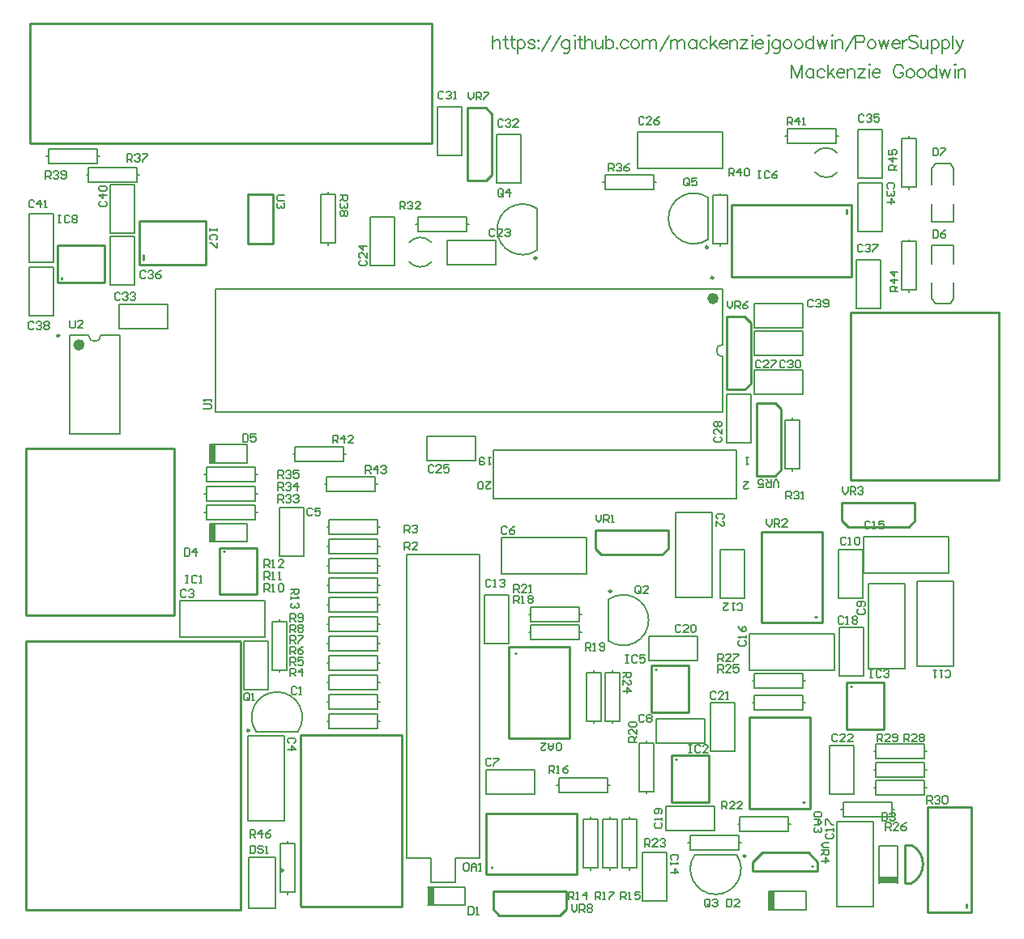
<source format=gbr>
G04 Layer_Color=65535*
%FSLAX44Y44*%
%MOMM*%
%TF.FileFunction,Legend,Top*%
%TF.Part,Single*%
G01*
G75*
%ADD18C,0.6000*%
%ADD40C,0.2500*%
%ADD41C,0.2000*%
%ADD42C,0.2540*%
%ADD43R,0.8000X1.9000*%
%ADD44R,1.9000X0.8000*%
D18*
X724436Y646508D02*
G03*
X724436Y646508I-3000J0D01*
G01*
X61776Y597948D02*
G03*
X61776Y597948I-3000J0D01*
G01*
D40*
X716346Y700133D02*
G03*
X716346Y700133I-1250J0D01*
G01*
X721986Y668208D02*
G03*
X721986Y668208I-1250J0D01*
G01*
X38426Y607548D02*
G03*
X38426Y607548I-1250J0D01*
G01*
X615266Y340098D02*
G03*
X615266Y340098I-1250J0D01*
G01*
X755526Y63428D02*
G03*
X755526Y63428I-1250J0D01*
G01*
X537276Y688703D02*
G03*
X537276Y688703I-1250J0D01*
G01*
X272286Y48448D02*
G03*
X272286Y48448I-1250J0D01*
G01*
X236996Y194758D02*
G03*
X236996Y194758I-1250J0D01*
G01*
D41*
X716586Y751870D02*
G03*
X716586Y708455I-15200J-21707D01*
G01*
X731436Y598358D02*
G03*
X731436Y585658I0J-6350D01*
G01*
X68926Y607948D02*
G03*
X81626Y607948I6350J0D01*
G01*
X612527Y288360D02*
G03*
X612527Y331775I15200J21707D01*
G01*
X702539Y64917D02*
G03*
X745954Y64917I21707J-15200D01*
G01*
X828023Y778524D02*
G03*
X851469Y778361I11793J10059D01*
G01*
X851369Y798804D02*
G03*
X827923Y798641I-11652J-10221D01*
G01*
X537516Y740440D02*
G03*
X537516Y697025I-15200J-21707D01*
G01*
X287484Y193268D02*
G03*
X244069Y193268I-21707J15200D01*
G01*
X403843Y684819D02*
G03*
X427289Y684656I11793J10059D01*
G01*
X427189Y705099D02*
G03*
X403743Y704936I-11652J-10221D01*
G01*
X973236Y646013D02*
Y663013D01*
X950236Y646013D02*
X954236Y641013D01*
X969236D02*
X973236Y646013D01*
X950236D02*
Y663013D01*
X954236Y641013D02*
X969236D01*
X950236Y702013D02*
X973236D01*
Y683013D02*
Y702013D01*
X950236Y683013D02*
Y702013D01*
X422910Y477120D02*
Y502520D01*
X473710D01*
Y477120D02*
Y502520D01*
X422910Y477120D02*
X473710D01*
X720436Y334198D02*
Y423098D01*
X682336D02*
X720436D01*
X682336Y334198D02*
Y423098D01*
Y334198D02*
X720436D01*
X100676Y614593D02*
Y639993D01*
X151476D01*
Y614593D02*
Y639993D01*
X100676Y614593D02*
X151476D01*
X119726Y775883D02*
X122012D01*
X66640D02*
X68926D01*
X119726Y768263D02*
Y775883D01*
X68926Y768263D02*
X119726D01*
X68926D02*
Y783503D01*
X119726D01*
Y775883D02*
Y783503D01*
X24730Y794933D02*
X27016D01*
X77816D02*
X80102D01*
X27016D02*
Y802553D01*
X77816D01*
Y787313D02*
Y802553D01*
X27016Y787313D02*
X77816D01*
X27016D02*
Y794933D01*
X729326Y754293D02*
Y756579D01*
Y701207D02*
Y703493D01*
Y754293D02*
X736946D01*
Y703493D02*
Y754293D01*
X721706Y703493D02*
X736946D01*
X721706D02*
Y754293D01*
X729326D01*
X716586Y708455D02*
Y751870D01*
X804256Y466257D02*
Y468543D01*
Y519343D02*
Y521629D01*
X796636Y468543D02*
X804256D01*
X796636D02*
Y519343D01*
X811876D01*
Y468543D02*
Y519343D01*
X804256Y468543D02*
X811876D01*
X91786Y714923D02*
X117186D01*
X91786D02*
Y765723D01*
X117186D01*
Y714923D02*
Y765723D01*
X91786Y660313D02*
X117186D01*
X91786D02*
Y711113D01*
X117186D01*
Y660313D02*
Y711113D01*
X764886Y615863D02*
Y641263D01*
X815686D01*
Y615863D02*
Y641263D01*
X764886Y615863D02*
X815686D01*
Y546013D02*
Y571413D01*
X764886Y546013D02*
X815686D01*
X764886D02*
Y571413D01*
X815686D01*
X735676Y546013D02*
X761076D01*
Y495213D02*
Y546013D01*
X735676Y495213D02*
X761076D01*
X735676D02*
Y546013D01*
X764886Y586653D02*
Y612053D01*
X815686D01*
Y586653D02*
Y612053D01*
X764886Y586653D02*
X815686D01*
X201436Y656508D02*
X731436D01*
X201436Y527508D02*
X731436D01*
Y598358D02*
Y656508D01*
Y527508D02*
Y585658D01*
X201436Y527508D02*
Y656508D01*
X6696Y735243D02*
X32096D01*
Y684443D02*
Y735243D01*
X6696Y684443D02*
X32096D01*
X6696D02*
Y735243D01*
X48776Y504948D02*
X101776D01*
X81626Y607948D02*
X101776D01*
X48776D02*
X68926D01*
X101776Y504948D02*
Y607948D01*
X48776Y504948D02*
Y607948D01*
X926176Y760897D02*
Y763183D01*
Y813983D02*
Y816269D01*
X918556Y763183D02*
X926176D01*
X918556D02*
Y813983D01*
X933796D01*
Y763183D02*
Y813983D01*
X926176Y763183D02*
X933796D01*
X926176Y706033D02*
Y708319D01*
Y652947D02*
Y655233D01*
Y706033D02*
X933796D01*
Y655233D02*
Y706033D01*
X918556Y655233D02*
X933796D01*
X918556D02*
Y706033D01*
X926176D01*
X796890Y816523D02*
X799176D01*
X849976D02*
X852262D01*
X799176D02*
Y824143D01*
X849976D01*
Y808903D02*
Y824143D01*
X799176Y808903D02*
X849976D01*
X799176D02*
Y816523D01*
X872836Y766993D02*
X898236D01*
Y716193D02*
Y766993D01*
X872836Y716193D02*
X898236D01*
X872836D02*
Y766993D01*
X6696Y679363D02*
X32096D01*
Y628563D02*
Y679363D01*
X6696Y628563D02*
X32096D01*
X6696D02*
Y679363D01*
X889346Y10348D02*
Y99248D01*
X851246D02*
X889346D01*
X851246Y10348D02*
Y99248D01*
Y10348D02*
X889346D01*
X908396Y111948D02*
Y119568D01*
X857596D02*
X908396D01*
X857596Y104328D02*
Y119568D01*
Y104328D02*
X908396D01*
Y111948D01*
X855310D02*
X857596D01*
X908396D02*
X910682D01*
X648046Y16698D02*
Y67498D01*
Y16698D02*
X673446D01*
Y67498D01*
X648046D02*
X673446D01*
X500726Y396428D02*
X589626D01*
X500726Y358328D02*
Y396428D01*
Y358328D02*
X589626D01*
Y396428D01*
X935066Y261808D02*
Y350708D01*
Y261808D02*
X973166D01*
Y350708D01*
X935066D02*
X973166D01*
X719166Y223708D02*
X744566D01*
Y172908D02*
Y223708D01*
X719166Y172908D02*
X744566D01*
X719166D02*
Y223708D01*
X759806Y257998D02*
X848706D01*
Y296098D01*
X759806D02*
X848706D01*
X759806Y257998D02*
Y296098D01*
X712816Y181798D02*
Y207198D01*
X662016Y181798D02*
X712816D01*
X662016D02*
Y207198D01*
X712816D01*
X695290Y77658D02*
X697576D01*
X748376D02*
X750662D01*
X697576D02*
Y85278D01*
X748376D01*
Y70038D02*
Y85278D01*
X697576Y70038D02*
X748376D01*
X697576D02*
Y77658D01*
X815686Y246568D02*
X817972D01*
X762600D02*
X764886D01*
X815686Y238948D02*
Y246568D01*
X764886Y238948D02*
X815686D01*
X764886D02*
Y254188D01*
X815686D01*
Y246568D02*
Y254188D01*
X762600Y223708D02*
X764886D01*
X815686D02*
X817972D01*
X764886D02*
Y231328D01*
X815686D01*
Y216088D02*
Y231328D01*
X764886Y216088D02*
X815686D01*
X764886D02*
Y223708D01*
X722976Y90358D02*
Y115758D01*
X672176Y90358D02*
X722976D01*
X672176D02*
Y115758D01*
X722976D01*
X843626Y179258D02*
X869026D01*
Y128458D02*
Y179258D01*
X843626Y128458D02*
X869026D01*
X843626D02*
Y179258D01*
X942686Y153858D02*
X944972D01*
X889600D02*
X891886D01*
X942686Y146238D02*
Y153858D01*
X891886Y146238D02*
X942686D01*
X891886D02*
Y161478D01*
X942686D01*
Y153858D02*
Y161478D01*
Y172908D02*
X944972D01*
X889600D02*
X891886D01*
X942686Y165288D02*
Y172908D01*
X891886Y165288D02*
X942686D01*
X891886D02*
Y180528D01*
X942686D01*
Y172908D02*
Y180528D01*
Y134808D02*
X944972D01*
X889600D02*
X891886D01*
X942686Y127188D02*
Y134808D01*
X891886Y127188D02*
X942686D01*
X891886D02*
Y142428D01*
X942686D01*
Y134808D02*
Y142428D01*
X853786Y302448D02*
X879186D01*
Y251648D02*
Y302448D01*
X853786Y251648D02*
X879186D01*
X853786D02*
Y302448D01*
X779676Y26198D02*
X818676D01*
X779676Y7198D02*
X818676D01*
Y26198D01*
X895086Y35298D02*
Y74298D01*
X914086Y35298D02*
Y74298D01*
X895086D02*
X914086D01*
X582006Y297368D02*
X584292D01*
X528920D02*
X531206D01*
X582006Y289748D02*
Y297368D01*
X531206Y289748D02*
X582006D01*
X531206D02*
Y304988D01*
X582006D01*
Y297368D02*
Y304988D01*
Y316418D02*
X584292D01*
X528920D02*
X531206D01*
X582006Y308798D02*
Y316418D01*
X531206Y308798D02*
X582006D01*
X531206D02*
Y324038D01*
X582006D01*
Y316418D02*
Y324038D01*
X612527Y288360D02*
Y331775D01*
X651856Y181798D02*
Y184084D01*
Y128712D02*
Y130998D01*
Y181798D02*
X659476D01*
Y130998D02*
Y181798D01*
X644236Y130998D02*
X659476D01*
X644236D02*
Y181798D01*
X651856D01*
X702539Y64917D02*
X745954D01*
X729326Y383728D02*
X754726D01*
Y332928D02*
Y383728D01*
X729326Y332928D02*
X754726D01*
X729326D02*
Y383728D01*
X705196Y268158D02*
Y293558D01*
X654396Y268158D02*
X705196D01*
X654396D02*
Y293558D01*
X705196D01*
X616296Y202372D02*
Y204658D01*
Y255458D02*
Y257744D01*
X608676Y204658D02*
X616296D01*
X608676D02*
Y255458D01*
X623916D01*
Y204658D02*
Y255458D01*
X616296Y204658D02*
X623916D01*
X597246Y202372D02*
Y204658D01*
Y255458D02*
Y257744D01*
X589626Y204658D02*
X597246D01*
X589626D02*
Y255458D01*
X604866D01*
Y204658D02*
Y255458D01*
X597246Y204658D02*
X604866D01*
X852516Y332928D02*
X877916D01*
X852516D02*
Y383728D01*
X877916D01*
Y332928D02*
Y383728D01*
X535016Y128458D02*
Y153858D01*
X484216Y128458D02*
X535016D01*
X484216D02*
Y153858D01*
X535016D01*
X558130Y137348D02*
X560416D01*
X611216D02*
X613502D01*
X560416D02*
Y144968D01*
X611216D01*
Y129728D02*
Y144968D01*
X560416Y129728D02*
X611216D01*
X560416D02*
Y137348D01*
X884266Y259268D02*
Y348168D01*
Y259268D02*
X922366D01*
Y348168D01*
X884266D02*
X922366D01*
X410810Y724088D02*
X413096D01*
X463896D02*
X466182D01*
X413096D02*
Y731708D01*
X463896D01*
Y716468D02*
Y731708D01*
X413096Y716468D02*
X463896D01*
X413096D02*
Y724088D01*
X747360Y96708D02*
X749646D01*
X800446D02*
X802732D01*
X749646D02*
Y104328D01*
X800446D01*
Y89088D02*
Y104328D01*
X749646Y89088D02*
X800446D01*
X749646D02*
Y96708D01*
X537516Y697025D02*
Y740440D01*
X950236Y765563D02*
Y782563D01*
X969236Y787563D02*
X973236Y782563D01*
X950236D02*
X954236Y787563D01*
X973236Y765563D02*
Y782563D01*
X954236Y787563D02*
X969236D01*
X950236Y726563D02*
X973236D01*
X950236D02*
Y745563D01*
X973236Y726563D02*
Y745563D01*
X871566Y636183D02*
X896966D01*
X871566D02*
Y686983D01*
X896966D01*
Y636183D02*
Y686983D01*
X872836Y822873D02*
X898236D01*
Y772073D02*
Y822873D01*
X872836Y772073D02*
X898236D01*
X872836D02*
Y822873D01*
X495646Y766993D02*
X521046D01*
X495646D02*
Y817793D01*
X521046D01*
Y766993D02*
Y817793D01*
X433416Y847003D02*
X458816D01*
Y796203D02*
Y847003D01*
X433416Y796203D02*
X458816D01*
X433416D02*
Y847003D01*
X642966Y782233D02*
X731866D01*
Y820333D01*
X642966D02*
X731866D01*
X642966Y782233D02*
Y820333D01*
X879186Y359598D02*
X968086D01*
Y397698D01*
X879186D02*
X968086D01*
X879186Y359598D02*
Y397698D01*
X482946Y336738D02*
X508346D01*
Y285938D02*
Y336738D01*
X482946Y285938D02*
X508346D01*
X482946D02*
Y336738D01*
X277206Y76388D02*
Y78674D01*
Y23302D02*
Y25588D01*
Y76388D02*
X284826D01*
Y25588D02*
Y76388D01*
X269586Y25588D02*
X284826D01*
X269586D02*
Y76388D01*
X277206D01*
X236536Y9048D02*
Y62448D01*
X264536Y9048D02*
Y62448D01*
X236536Y9048D02*
X264536D01*
X236536Y62448D02*
X264536D01*
X235296Y189418D02*
X273396D01*
Y100518D02*
Y189418D01*
X235296Y100518D02*
X273396D01*
X235296D02*
Y189418D01*
X293716Y377378D02*
Y428178D01*
X268316D02*
X293716D01*
X268316Y377378D02*
Y428178D01*
Y377378D02*
X293716D01*
X462730Y11690D02*
Y30690D01*
X423730Y11690D02*
X462730D01*
X423730Y30690D02*
X462730D01*
X234476Y392008D02*
Y411008D01*
X195476Y392008D02*
X234476D01*
X195476Y411008D02*
X234476D01*
Y474558D02*
Y493558D01*
X195476Y474558D02*
X234476D01*
X195476Y493558D02*
X234476D01*
X244069Y193268D02*
X287484D01*
X477866Y61148D02*
Y378648D01*
X452466Y61148D02*
X477866D01*
X452466Y35748D02*
Y61148D01*
X427066Y35748D02*
X452466D01*
X427066D02*
Y61148D01*
X401666D02*
X427066D01*
X401666D02*
Y378648D01*
X477866D01*
X320386Y379918D02*
Y387538D01*
Y379918D02*
X371186D01*
Y395158D01*
X320386D02*
X371186D01*
X320386Y387538D02*
Y395158D01*
X371186Y387538D02*
X373472D01*
X318100D02*
X320386D01*
X371186Y407858D02*
Y415478D01*
X320386D02*
X371186D01*
X320386Y400238D02*
Y415478D01*
Y400238D02*
X371186D01*
Y407858D01*
X318100D02*
X320386D01*
X371186D02*
X373472D01*
X371186Y204658D02*
Y212278D01*
X320386D02*
X371186D01*
X320386Y197038D02*
Y212278D01*
Y197038D02*
X371186D01*
Y204658D01*
X318100D02*
X320386D01*
X371186D02*
X373472D01*
X371186Y224978D02*
Y232598D01*
X320386D02*
X371186D01*
X320386Y217358D02*
Y232598D01*
Y217358D02*
X371186D01*
Y224978D01*
X318100D02*
X320386D01*
X371186D02*
X373472D01*
X371186Y245298D02*
Y252918D01*
X320386D02*
X371186D01*
X320386Y237678D02*
Y252918D01*
Y237678D02*
X371186D01*
Y245298D01*
X318100D02*
X320386D01*
X371186D02*
X373472D01*
X371186Y265618D02*
Y273238D01*
X320386D02*
X371186D01*
X320386Y257998D02*
Y273238D01*
Y257998D02*
X371186D01*
Y265618D01*
X318100D02*
X320386D01*
X371186D02*
X373472D01*
X371186Y285938D02*
Y293558D01*
X320386D02*
X371186D01*
X320386Y278318D02*
Y293558D01*
Y278318D02*
X371186D01*
Y285938D01*
X318100D02*
X320386D01*
X371186D02*
X373472D01*
X371186Y306258D02*
Y313878D01*
X320386D02*
X371186D01*
X320386Y298638D02*
Y313878D01*
Y298638D02*
X371186D01*
Y306258D01*
X318100D02*
X320386D01*
X371186D02*
X373472D01*
X371186Y326578D02*
Y334198D01*
X320386D02*
X371186D01*
X320386Y318958D02*
Y334198D01*
Y318958D02*
X371186D01*
Y326578D01*
X318100D02*
X320386D01*
X371186D02*
X373472D01*
X371186Y346898D02*
Y354518D01*
X320386D02*
X371186D01*
X320386Y339278D02*
Y354518D01*
Y339278D02*
X371186D01*
Y346898D01*
X318100D02*
X320386D01*
X371186D02*
X373472D01*
X371186Y367218D02*
Y374838D01*
X320386D02*
X371186D01*
X320386Y359598D02*
Y374838D01*
Y359598D02*
X371186D01*
Y367218D01*
X318100D02*
X320386D01*
X371186D02*
X373472D01*
X268316Y257998D02*
X275936D01*
Y308798D01*
X260696D02*
X275936D01*
X260696Y257998D02*
Y308798D01*
Y257998D02*
X268316D01*
Y308798D02*
Y311084D01*
Y255712D02*
Y257998D01*
X192116Y415478D02*
Y423098D01*
Y415478D02*
X242916D01*
Y430718D01*
X192116D02*
X242916D01*
X192116Y423098D02*
Y430718D01*
X242916Y423098D02*
X245202D01*
X189830D02*
X192116D01*
Y434528D02*
Y442148D01*
Y434528D02*
X242916D01*
Y449768D01*
X192116D02*
X242916D01*
X192116Y442148D02*
Y449768D01*
X242916Y442148D02*
X245202D01*
X189830D02*
X192116D01*
Y454848D02*
Y462468D01*
Y454848D02*
X242916D01*
Y470088D01*
X192116D02*
X242916D01*
X192116Y462468D02*
Y470088D01*
X242916Y462468D02*
X245202D01*
X189830D02*
X192116D01*
X335626Y484058D02*
X337912D01*
X282540D02*
X284826D01*
X335626Y476438D02*
Y484058D01*
X284826Y476438D02*
X335626D01*
X284826D02*
Y491678D01*
X335626D01*
Y484058D02*
Y491678D01*
X491836Y487868D02*
X726786D01*
X491836Y437068D02*
X726786D01*
X745836D01*
Y487868D01*
X726786D02*
X745836D01*
X491836Y437068D02*
Y487868D01*
X368646Y452308D02*
X370932D01*
X315560D02*
X317846D01*
X368646Y444688D02*
Y452308D01*
X317846Y444688D02*
X368646D01*
X317846D02*
Y459928D01*
X368646D01*
Y452308D02*
Y459928D01*
X494376Y682178D02*
Y707578D01*
X443576Y682178D02*
X494376D01*
X443576D02*
Y707578D01*
X494376D01*
X363566Y731708D02*
X388966D01*
Y680908D02*
Y731708D01*
X363566Y680908D02*
X388966D01*
X363566D02*
Y731708D01*
X613756Y101788D02*
Y104074D01*
Y48702D02*
Y50988D01*
Y101788D02*
X621376D01*
Y50988D02*
Y101788D01*
X606136Y50988D02*
X621376D01*
X606136D02*
Y101788D01*
X613756D01*
X593436D02*
Y104074D01*
Y48702D02*
Y50988D01*
Y101788D02*
X601056D01*
Y50988D02*
Y101788D01*
X585816Y50988D02*
X601056D01*
X585816D02*
Y101788D01*
X593436D01*
X634076D02*
Y104074D01*
Y48702D02*
Y50988D01*
Y101788D02*
X641696D01*
Y50988D02*
Y101788D01*
X626456Y50988D02*
X641696D01*
X626456D02*
Y101788D01*
X634076D01*
X164176Y330388D02*
X253076D01*
X164176Y292288D02*
Y330388D01*
Y292288D02*
X253076D01*
Y330388D01*
X231486Y288478D02*
X256886D01*
Y237678D02*
Y288478D01*
X231486Y237678D02*
X256886D01*
X231486D02*
Y288478D01*
X659476Y768263D02*
X661762D01*
X606390D02*
X608676D01*
X659476Y760643D02*
Y768263D01*
X608676Y760643D02*
X659476D01*
X608676D02*
Y775883D01*
X659476D01*
Y768263D02*
Y775883D01*
X319116Y755563D02*
Y757849D01*
Y702477D02*
Y704763D01*
Y755563D02*
X326736D01*
Y704763D02*
Y755563D01*
X311496Y704763D02*
X326736D01*
X311496D02*
Y755563D01*
X319116D01*
X951322Y718094D02*
Y710097D01*
X955321D01*
X956654Y711430D01*
Y716761D01*
X955321Y718094D01*
X951322D01*
X964651D02*
X961985Y716761D01*
X959320Y714095D01*
Y711430D01*
X960653Y710097D01*
X963318D01*
X964651Y711430D01*
Y712762D01*
X963318Y714095D01*
X959320D01*
X429512Y471085D02*
X428179Y472417D01*
X425513D01*
X424180Y471085D01*
Y465753D01*
X425513Y464420D01*
X428179D01*
X429512Y465753D01*
X437509Y464420D02*
X432177D01*
X437509Y469752D01*
Y471085D01*
X436176Y472417D01*
X433510D01*
X432177Y471085D01*
X445506Y472417D02*
X440175D01*
Y468419D01*
X442841Y469752D01*
X444174D01*
X445506Y468419D01*
Y465753D01*
X444174Y464420D01*
X441508D01*
X440175Y465753D01*
X574040Y12677D02*
Y7346D01*
X576706Y4680D01*
X579372Y7346D01*
Y12677D01*
X582037Y4680D02*
Y12677D01*
X586036D01*
X587369Y11344D01*
Y8679D01*
X586036Y7346D01*
X582037D01*
X584703D02*
X587369Y4680D01*
X590035Y11344D02*
X591368Y12677D01*
X594034D01*
X595366Y11344D01*
Y10012D01*
X594034Y8679D01*
X595366Y7346D01*
Y6013D01*
X594034Y4680D01*
X591368D01*
X590035Y6013D01*
Y7346D01*
X591368Y8679D01*
X590035Y10012D01*
Y11344D01*
X591368Y8679D02*
X594034D01*
X851498Y189732D02*
X850165Y191065D01*
X847499D01*
X846166Y189732D01*
Y184401D01*
X847499Y183068D01*
X850165D01*
X851498Y184401D01*
X859495Y183068D02*
X854164D01*
X859495Y188399D01*
Y189732D01*
X858162Y191065D01*
X855497D01*
X854164Y189732D01*
X867493Y183068D02*
X862161D01*
X867493Y188399D01*
Y189732D01*
X866160Y191065D01*
X863494D01*
X862161Y189732D01*
X49530Y623547D02*
Y616883D01*
X50863Y615550D01*
X53529D01*
X54862Y616883D01*
Y623547D01*
X62859Y615550D02*
X57527D01*
X62859Y620882D01*
Y622215D01*
X61526Y623547D01*
X58860D01*
X57527Y622215D01*
X189199Y530773D02*
X195863D01*
X197196Y532105D01*
Y534771D01*
X195863Y536104D01*
X189199D01*
X197196Y538770D02*
Y541436D01*
Y540103D01*
X189199D01*
X190532Y538770D01*
X267046Y458658D02*
Y466655D01*
X271045D01*
X272378Y465322D01*
Y462656D01*
X271045Y461323D01*
X267046D01*
X269712D02*
X272378Y458658D01*
X275044Y465322D02*
X276377Y466655D01*
X279042D01*
X280375Y465322D01*
Y463989D01*
X279042Y462656D01*
X277710D01*
X279042D01*
X280375Y461323D01*
Y459991D01*
X279042Y458658D01*
X276377D01*
X275044Y459991D01*
X288373Y466655D02*
X283041D01*
Y462656D01*
X285707Y463989D01*
X287040D01*
X288373Y462656D01*
Y459991D01*
X287040Y458658D01*
X284374D01*
X283041Y459991D01*
X267046Y445958D02*
Y453955D01*
X271045D01*
X272378Y452622D01*
Y449956D01*
X271045Y448623D01*
X267046D01*
X269712D02*
X272378Y445958D01*
X275044Y452622D02*
X276377Y453955D01*
X279042D01*
X280375Y452622D01*
Y451289D01*
X279042Y449956D01*
X277710D01*
X279042D01*
X280375Y448623D01*
Y447290D01*
X279042Y445958D01*
X276377D01*
X275044Y447290D01*
X287040Y445958D02*
Y453955D01*
X283041Y449956D01*
X288373D01*
X267046Y433258D02*
Y441255D01*
X271045D01*
X272378Y439922D01*
Y437256D01*
X271045Y435923D01*
X267046D01*
X269712D02*
X272378Y433258D01*
X275044Y439922D02*
X276377Y441255D01*
X279042D01*
X280375Y439922D01*
Y438589D01*
X279042Y437256D01*
X277710D01*
X279042D01*
X280375Y435923D01*
Y434590D01*
X279042Y433258D01*
X276377D01*
X275044Y434590D01*
X283041Y439922D02*
X284374Y441255D01*
X287040D01*
X288373Y439922D01*
Y438589D01*
X287040Y437256D01*
X285707D01*
X287040D01*
X288373Y435923D01*
Y434590D01*
X287040Y433258D01*
X284374D01*
X283041Y434590D01*
X280670Y342500D02*
X288667D01*
Y338501D01*
X287334Y337168D01*
X284669D01*
X283336Y338501D01*
Y342500D01*
Y339834D02*
X280670Y337168D01*
Y334503D02*
Y331837D01*
Y333170D01*
X288667D01*
X287334Y334503D01*
Y327838D02*
X288667Y326505D01*
Y323839D01*
X287334Y322506D01*
X286002D01*
X284669Y323839D01*
Y325172D01*
Y323839D01*
X283336Y322506D01*
X282003D01*
X280670Y323839D01*
Y326505D01*
X282003Y327838D01*
X252730Y365360D02*
Y373357D01*
X256729D01*
X258062Y372024D01*
Y369359D01*
X256729Y368026D01*
X252730D01*
X255396D02*
X258062Y365360D01*
X260727D02*
X263393D01*
X262060D01*
Y373357D01*
X260727Y372024D01*
X272724Y365360D02*
X267392D01*
X272724Y370692D01*
Y372024D01*
X271391Y373357D01*
X268725D01*
X267392Y372024D01*
X252730Y352660D02*
Y360657D01*
X256729D01*
X258062Y359324D01*
Y356659D01*
X256729Y355326D01*
X252730D01*
X255396D02*
X258062Y352660D01*
X260727D02*
X263393D01*
X262060D01*
Y360657D01*
X260727Y359324D01*
X267392Y352660D02*
X270058D01*
X268725D01*
Y360657D01*
X267392Y359324D01*
X252730Y339960D02*
Y347957D01*
X256729D01*
X258062Y346624D01*
Y343959D01*
X256729Y342626D01*
X252730D01*
X255396D02*
X258062Y339960D01*
X260727D02*
X263393D01*
X262060D01*
Y347957D01*
X260727Y346624D01*
X267392D02*
X268725Y347957D01*
X271391D01*
X272724Y346624D01*
Y341293D01*
X271391Y339960D01*
X268725D01*
X267392Y341293D01*
Y346624D01*
X279746Y308798D02*
Y316795D01*
X283745D01*
X285078Y315462D01*
Y312796D01*
X283745Y311463D01*
X279746D01*
X282412D02*
X285078Y308798D01*
X287744Y310131D02*
X289077Y308798D01*
X291742D01*
X293075Y310131D01*
Y315462D01*
X291742Y316795D01*
X289077D01*
X287744Y315462D01*
Y314129D01*
X289077Y312796D01*
X293075D01*
X279746Y297368D02*
Y305365D01*
X283745D01*
X285078Y304032D01*
Y301366D01*
X283745Y300033D01*
X279746D01*
X282412D02*
X285078Y297368D01*
X287744Y304032D02*
X289077Y305365D01*
X291742D01*
X293075Y304032D01*
Y302699D01*
X291742Y301366D01*
X293075Y300033D01*
Y298701D01*
X291742Y297368D01*
X289077D01*
X287744Y298701D01*
Y300033D01*
X289077Y301366D01*
X287744Y302699D01*
Y304032D01*
X289077Y301366D02*
X291742D01*
X279746Y285938D02*
Y293935D01*
X283745D01*
X285078Y292602D01*
Y289936D01*
X283745Y288603D01*
X279746D01*
X282412D02*
X285078Y285938D01*
X287744Y293935D02*
X293075D01*
Y292602D01*
X287744Y287271D01*
Y285938D01*
X279746Y274508D02*
Y282505D01*
X283745D01*
X285078Y281172D01*
Y278506D01*
X283745Y277173D01*
X279746D01*
X282412D02*
X285078Y274508D01*
X293075Y282505D02*
X290410Y281172D01*
X287744Y278506D01*
Y275840D01*
X289077Y274508D01*
X291742D01*
X293075Y275840D01*
Y277173D01*
X291742Y278506D01*
X287744D01*
X279746Y263078D02*
Y271075D01*
X283745D01*
X285078Y269742D01*
Y267076D01*
X283745Y265743D01*
X279746D01*
X282412D02*
X285078Y263078D01*
X293075Y271075D02*
X287744D01*
Y267076D01*
X290410Y268409D01*
X291742D01*
X293075Y267076D01*
Y264410D01*
X291742Y263078D01*
X289077D01*
X287744Y264410D01*
X279746Y251648D02*
Y259645D01*
X283745D01*
X285078Y258312D01*
Y255646D01*
X283745Y254313D01*
X279746D01*
X282412D02*
X285078Y251648D01*
X291742D02*
Y259645D01*
X287744Y255646D01*
X293075D01*
X399126Y401508D02*
Y409505D01*
X403125D01*
X404458Y408172D01*
Y405506D01*
X403125Y404173D01*
X399126D01*
X401792D02*
X404458Y401508D01*
X407124Y408172D02*
X408457Y409505D01*
X411122D01*
X412455Y408172D01*
Y406839D01*
X411122Y405506D01*
X409790D01*
X411122D01*
X412455Y404173D01*
Y402840D01*
X411122Y401508D01*
X408457D01*
X407124Y402840D01*
X399126Y383728D02*
Y391725D01*
X403125D01*
X404458Y390392D01*
Y387726D01*
X403125Y386393D01*
X399126D01*
X401792D02*
X404458Y383728D01*
X412455D02*
X407124D01*
X412455Y389059D01*
Y390392D01*
X411122Y391725D01*
X408457D01*
X407124Y390392D01*
X236818Y227306D02*
Y232637D01*
X235485Y233970D01*
X232819D01*
X231486Y232637D01*
Y227306D01*
X232819Y225973D01*
X235485D01*
X234152Y228638D02*
X236818Y225973D01*
X235485D02*
X236818Y227306D01*
X239484Y225973D02*
X242150D01*
X240817D01*
Y233970D01*
X239484Y232637D01*
X230216Y504755D02*
Y496758D01*
X234215D01*
X235548Y498091D01*
Y503422D01*
X234215Y504755D01*
X230216D01*
X243545D02*
X238214D01*
Y500756D01*
X240879Y502089D01*
X242212D01*
X243545Y500756D01*
Y498091D01*
X242212Y496758D01*
X239547D01*
X238214Y498091D01*
X169256Y385375D02*
Y377378D01*
X173255D01*
X174588Y378711D01*
Y384042D01*
X173255Y385375D01*
X169256D01*
X181252Y377378D02*
Y385375D01*
X177254Y381376D01*
X182585D01*
X466090Y10137D02*
Y2140D01*
X470089D01*
X471422Y3473D01*
Y8805D01*
X470089Y10137D01*
X466090D01*
X474087Y2140D02*
X476753D01*
X475420D01*
Y10137D01*
X474087Y8805D01*
X302858Y425952D02*
X301525Y427285D01*
X298859D01*
X297526Y425952D01*
Y420620D01*
X298859Y419288D01*
X301525D01*
X302858Y420620D01*
X310855Y427285D02*
X305524D01*
Y423286D01*
X308190Y424619D01*
X309522D01*
X310855Y423286D01*
Y420620D01*
X309522Y419288D01*
X306857D01*
X305524Y420620D01*
X283871Y181546D02*
X285204Y182879D01*
Y185545D01*
X283871Y186878D01*
X278539D01*
X277206Y185545D01*
Y182879D01*
X278539Y181546D01*
X277206Y174881D02*
X285204D01*
X281205Y178880D01*
Y173549D01*
X237836Y74225D02*
Y66228D01*
X241835D01*
X243168Y67561D01*
Y72892D01*
X241835Y74225D01*
X237836D01*
X251165Y72892D02*
X249832Y74225D01*
X247167D01*
X245834Y72892D01*
Y71559D01*
X247167Y70226D01*
X249832D01*
X251165Y68893D01*
Y67561D01*
X249832Y66228D01*
X247167D01*
X245834Y67561D01*
X253831Y66228D02*
X256497D01*
X255164D01*
Y74225D01*
X253831Y72892D01*
X237836Y82738D02*
Y90735D01*
X241835D01*
X243168Y89402D01*
Y86736D01*
X241835Y85403D01*
X237836D01*
X240502D02*
X243168Y82738D01*
X249832D02*
Y90735D01*
X245834Y86736D01*
X251165D01*
X259163Y90735D02*
X256497Y89402D01*
X253831Y86736D01*
Y84071D01*
X255164Y82738D01*
X257830D01*
X259163Y84071D01*
Y85403D01*
X257830Y86736D01*
X253831D01*
X286348Y239262D02*
X285015Y240595D01*
X282349D01*
X281016Y239262D01*
Y233930D01*
X282349Y232598D01*
X285015D01*
X286348Y233930D01*
X289014Y232598D02*
X291679D01*
X290347D01*
Y240595D01*
X289014Y239262D01*
X731834Y415908D02*
X733167Y417241D01*
Y419907D01*
X731834Y421240D01*
X726503D01*
X725170Y419907D01*
Y417241D01*
X726503Y415908D01*
X725170Y407911D02*
Y413243D01*
X730502Y407911D01*
X731834D01*
X733167Y409244D01*
Y411910D01*
X731834Y413243D01*
X170778Y340862D02*
X169445Y342195D01*
X166779D01*
X165446Y340862D01*
Y335531D01*
X166779Y334198D01*
X169445D01*
X170778Y335531D01*
X173444Y340862D02*
X174777Y342195D01*
X177442D01*
X178775Y340862D01*
Y339529D01*
X177442Y338196D01*
X176110D01*
X177442D01*
X178775Y336863D01*
Y335531D01*
X177442Y334198D01*
X174777D01*
X173444Y335531D01*
X506058Y406902D02*
X504725Y408235D01*
X502059D01*
X500726Y406902D01*
Y401571D01*
X502059Y400238D01*
X504725D01*
X506058Y401571D01*
X514055Y408235D02*
X511390Y406902D01*
X508724Y404236D01*
Y401571D01*
X510057Y400238D01*
X512722D01*
X514055Y401571D01*
Y402903D01*
X512722Y404236D01*
X508724D01*
X489548Y164332D02*
X488215Y165665D01*
X485549D01*
X484216Y164332D01*
Y159001D01*
X485549Y157668D01*
X488215D01*
X489548Y159001D01*
X492214Y165665D02*
X497545D01*
Y164332D01*
X492214Y159001D01*
Y157668D01*
X649568Y210052D02*
X648235Y211385D01*
X645569D01*
X644236Y210052D01*
Y204720D01*
X645569Y203388D01*
X648235D01*
X649568Y204720D01*
X652234Y210052D02*
X653567Y211385D01*
X656232D01*
X657565Y210052D01*
Y208719D01*
X656232Y207386D01*
X657565Y206053D01*
Y204720D01*
X656232Y203388D01*
X653567D01*
X652234Y204720D01*
Y206053D01*
X653567Y207386D01*
X652234Y208719D01*
Y210052D01*
X653567Y207386D02*
X656232D01*
X873792Y321749D02*
X872459Y320416D01*
Y317750D01*
X873792Y316418D01*
X879123D01*
X880456Y317750D01*
Y320416D01*
X879123Y321749D01*
Y324415D02*
X880456Y325748D01*
Y328414D01*
X879123Y329747D01*
X873792D01*
X872459Y328414D01*
Y325748D01*
X873792Y324415D01*
X875125D01*
X876458Y325748D01*
Y329747D01*
X860388Y395472D02*
X859055Y396805D01*
X856389D01*
X855056Y395472D01*
Y390140D01*
X856389Y388808D01*
X859055D01*
X860388Y390140D01*
X863054Y388808D02*
X865720D01*
X864387D01*
Y396805D01*
X863054Y395472D01*
X869718D02*
X871051Y396805D01*
X873717D01*
X875050Y395472D01*
Y390140D01*
X873717Y388808D01*
X871051D01*
X869718Y390140D01*
Y395472D01*
X964025Y251333D02*
X965358Y250000D01*
X968023D01*
X969356Y251333D01*
Y256665D01*
X968023Y257998D01*
X965358D01*
X964025Y256665D01*
X961359Y257998D02*
X958693D01*
X960026D01*
Y250000D01*
X961359Y251333D01*
X954694Y257998D02*
X952029D01*
X953361D01*
Y250000D01*
X954694Y251333D01*
X746855Y321183D02*
X748188Y319850D01*
X750853D01*
X752186Y321183D01*
Y326515D01*
X750853Y327848D01*
X748188D01*
X746855Y326515D01*
X744189Y327848D02*
X741523D01*
X742856D01*
Y319850D01*
X744189Y321183D01*
X732193Y327848D02*
X737524D01*
X732193Y322516D01*
Y321183D01*
X733526Y319850D01*
X736191D01*
X737524Y321183D01*
X489294Y351530D02*
X487961Y352863D01*
X485295D01*
X483962Y351530D01*
Y346199D01*
X485295Y344866D01*
X487961D01*
X489294Y346199D01*
X491960Y344866D02*
X494626D01*
X493293D01*
Y352863D01*
X491960Y351530D01*
X498624D02*
X499957Y352863D01*
X502623D01*
X503956Y351530D01*
Y350197D01*
X502623Y348864D01*
X501290D01*
X502623D01*
X503956Y347531D01*
Y346199D01*
X502623Y344866D01*
X499957D01*
X498624Y346199D01*
X683921Y59626D02*
X685254Y60959D01*
Y63625D01*
X683921Y64958D01*
X678589D01*
X677256Y63625D01*
Y60959D01*
X678589Y59626D01*
X677256Y56960D02*
Y54294D01*
Y55627D01*
X685254D01*
X683921Y56960D01*
X677256Y46297D02*
X685254D01*
X681255Y50296D01*
Y44964D01*
X885534Y412490D02*
X884201Y413823D01*
X881535D01*
X880202Y412490D01*
Y407159D01*
X881535Y405826D01*
X884201D01*
X885534Y407159D01*
X888200Y405826D02*
X890865D01*
X889533D01*
Y413823D01*
X888200Y412490D01*
X900196Y413823D02*
X894864D01*
Y409824D01*
X897530Y411157D01*
X898863D01*
X900196Y409824D01*
Y407159D01*
X898863Y405826D01*
X896197D01*
X894864Y407159D01*
X749332Y288729D02*
X747999Y287396D01*
Y284730D01*
X749332Y283398D01*
X754663D01*
X755996Y284730D01*
Y287396D01*
X754663Y288729D01*
X755996Y291395D02*
Y294061D01*
Y292728D01*
X747999D01*
X749332Y291395D01*
X747999Y303391D02*
X749332Y300725D01*
X751998Y298060D01*
X754663D01*
X755996Y299393D01*
Y302058D01*
X754663Y303391D01*
X753331D01*
X751998Y302058D01*
Y298060D01*
X840772Y86799D02*
X839439Y85466D01*
Y82801D01*
X840772Y81468D01*
X846103D01*
X847436Y82801D01*
Y85466D01*
X846103Y86799D01*
X847436Y89465D02*
Y92131D01*
Y90798D01*
X839439D01*
X840772Y89465D01*
X839439Y96130D02*
Y101461D01*
X840772D01*
X846103Y96130D01*
X847436D01*
X857848Y312922D02*
X856515Y314255D01*
X853849D01*
X852516Y312922D01*
Y307591D01*
X853849Y306258D01*
X856515D01*
X857848Y307591D01*
X860514Y306258D02*
X863179D01*
X861847D01*
Y314255D01*
X860514Y312922D01*
X867178D02*
X868511Y314255D01*
X871177D01*
X872510Y312922D01*
Y311589D01*
X871177Y310256D01*
X872510Y308923D01*
Y307591D01*
X871177Y306258D01*
X868511D01*
X867178Y307591D01*
Y308923D01*
X868511Y310256D01*
X867178Y311589D01*
Y312922D01*
X868511Y310256D02*
X871177D01*
X661702Y98229D02*
X660369Y96896D01*
Y94230D01*
X661702Y92898D01*
X667033D01*
X668366Y94230D01*
Y96896D01*
X667033Y98229D01*
X668366Y100895D02*
Y103561D01*
Y102228D01*
X660369D01*
X661702Y100895D01*
X667033Y107560D02*
X668366Y108892D01*
Y111558D01*
X667033Y112891D01*
X661702D01*
X660369Y111558D01*
Y108892D01*
X661702Y107560D01*
X663035D01*
X664368Y108892D01*
Y112891D01*
X687668Y304032D02*
X686335Y305365D01*
X683669D01*
X682336Y304032D01*
Y298701D01*
X683669Y297368D01*
X686335D01*
X687668Y298701D01*
X695665Y297368D02*
X690334D01*
X695665Y302699D01*
Y304032D01*
X694332Y305365D01*
X691667D01*
X690334Y304032D01*
X698331D02*
X699664Y305365D01*
X702330D01*
X703663Y304032D01*
Y298701D01*
X702330Y297368D01*
X699664D01*
X698331Y298701D01*
Y304032D01*
X724498Y234182D02*
X723165Y235515D01*
X720499D01*
X719166Y234182D01*
Y228850D01*
X720499Y227518D01*
X723165D01*
X724498Y228850D01*
X732495Y227518D02*
X727164D01*
X732495Y232849D01*
Y234182D01*
X731162Y235515D01*
X728497D01*
X727164Y234182D01*
X735161Y227518D02*
X737827D01*
X736494D01*
Y235515D01*
X735161Y234182D01*
X493358Y718052D02*
X492025Y719385D01*
X489359D01*
X488026Y718052D01*
Y712720D01*
X489359Y711388D01*
X492025D01*
X493358Y712720D01*
X501355Y711388D02*
X496024D01*
X501355Y716719D01*
Y718052D01*
X500022Y719385D01*
X497357D01*
X496024Y718052D01*
X504021D02*
X505354Y719385D01*
X508020D01*
X509353Y718052D01*
Y716719D01*
X508020Y715386D01*
X506687D01*
X508020D01*
X509353Y714053D01*
Y712720D01*
X508020Y711388D01*
X505354D01*
X504021Y712720D01*
X353092Y686239D02*
X351759Y684906D01*
Y682241D01*
X353092Y680908D01*
X358423D01*
X359756Y682241D01*
Y684906D01*
X358423Y686239D01*
X359756Y694237D02*
Y688905D01*
X354425Y694237D01*
X353092D01*
X351759Y692904D01*
Y690238D01*
X353092Y688905D01*
X359756Y700901D02*
X351759D01*
X355758Y696902D01*
Y702234D01*
X649314Y835125D02*
X647981Y836458D01*
X645315D01*
X643982Y835125D01*
Y829793D01*
X645315Y828461D01*
X647981D01*
X649314Y829793D01*
X657311Y828461D02*
X651980D01*
X657311Y833792D01*
Y835125D01*
X655978Y836458D01*
X653313D01*
X651980Y835125D01*
X665309Y836458D02*
X662643Y835125D01*
X659977Y832459D01*
Y829793D01*
X661310Y828461D01*
X663976D01*
X665309Y829793D01*
Y831126D01*
X663976Y832459D01*
X659977D01*
X771488Y580617D02*
X770155Y581950D01*
X767489D01*
X766156Y580617D01*
Y575285D01*
X767489Y573953D01*
X770155D01*
X771488Y575285D01*
X779485Y573953D02*
X774154D01*
X779485Y579284D01*
Y580617D01*
X778152Y581950D01*
X775487D01*
X774154Y580617D01*
X782151Y581950D02*
X787483D01*
Y580617D01*
X782151Y575285D01*
Y573953D01*
X723932Y501814D02*
X722599Y500481D01*
Y497816D01*
X723932Y496483D01*
X729263D01*
X730596Y497816D01*
Y500481D01*
X729263Y501814D01*
X730596Y509812D02*
Y504480D01*
X725265Y509812D01*
X723932D01*
X722599Y508479D01*
Y505813D01*
X723932Y504480D01*
Y512477D02*
X722599Y513810D01*
Y516476D01*
X723932Y517809D01*
X725265D01*
X726598Y516476D01*
X727931Y517809D01*
X729263D01*
X730596Y516476D01*
Y513810D01*
X729263Y512477D01*
X727931D01*
X726598Y513810D01*
X725265Y512477D01*
X723932D01*
X726598Y513810D02*
Y516476D01*
X796888Y580617D02*
X795555Y581950D01*
X792889D01*
X791556Y580617D01*
Y575285D01*
X792889Y573953D01*
X795555D01*
X796888Y575285D01*
X799554Y580617D02*
X800887Y581950D01*
X803552D01*
X804885Y580617D01*
Y579284D01*
X803552Y577951D01*
X802219D01*
X803552D01*
X804885Y576618D01*
Y575285D01*
X803552Y573953D01*
X800887D01*
X799554Y575285D01*
X807551Y580617D02*
X808884Y581950D01*
X811550D01*
X812883Y580617D01*
Y575285D01*
X811550Y573953D01*
X808884D01*
X807551Y575285D01*
Y580617D01*
X439764Y861795D02*
X438431Y863128D01*
X435765D01*
X434432Y861795D01*
Y856463D01*
X435765Y855131D01*
X438431D01*
X439764Y856463D01*
X442430Y861795D02*
X443763Y863128D01*
X446428D01*
X447761Y861795D01*
Y860462D01*
X446428Y859129D01*
X445095D01*
X446428D01*
X447761Y857796D01*
Y856463D01*
X446428Y855131D01*
X443763D01*
X442430Y856463D01*
X450427Y855131D02*
X453093D01*
X451760D01*
Y863128D01*
X450427Y861795D01*
X501994Y832585D02*
X500661Y833918D01*
X497995D01*
X496662Y832585D01*
Y827253D01*
X497995Y825921D01*
X500661D01*
X501994Y827253D01*
X504660Y832585D02*
X505993Y833918D01*
X508658D01*
X509991Y832585D01*
Y831252D01*
X508658Y829919D01*
X507326D01*
X508658D01*
X509991Y828586D01*
Y827253D01*
X508658Y825921D01*
X505993D01*
X504660Y827253D01*
X517989Y825921D02*
X512657D01*
X517989Y831252D01*
Y832585D01*
X516656Y833918D01*
X513990D01*
X512657Y832585D01*
X101852Y651424D02*
X100519Y652757D01*
X97853D01*
X96520Y651424D01*
Y646093D01*
X97853Y644760D01*
X100519D01*
X101852Y646093D01*
X104517Y651424D02*
X105850Y652757D01*
X108516D01*
X109849Y651424D01*
Y650092D01*
X108516Y648759D01*
X107183D01*
X108516D01*
X109849Y647426D01*
Y646093D01*
X108516Y644760D01*
X105850D01*
X104517Y646093D01*
X112515Y651424D02*
X113848Y652757D01*
X116514D01*
X117846Y651424D01*
Y650092D01*
X116514Y648759D01*
X115181D01*
X116514D01*
X117846Y647426D01*
Y646093D01*
X116514Y644760D01*
X113848D01*
X112515Y646093D01*
X909981Y761661D02*
X911314Y762994D01*
Y765660D01*
X909981Y766993D01*
X904649D01*
X903316Y765660D01*
Y762994D01*
X904649Y761661D01*
X909981Y758995D02*
X911314Y757662D01*
Y754996D01*
X909981Y753664D01*
X908648D01*
X907315Y754996D01*
Y756329D01*
Y754996D01*
X905982Y753664D01*
X904649D01*
X903316Y754996D01*
Y757662D01*
X904649Y758995D01*
X903316Y746999D02*
X911314D01*
X907315Y750998D01*
Y745666D01*
X879184Y837665D02*
X877851Y838998D01*
X875185D01*
X873852Y837665D01*
Y832334D01*
X875185Y831001D01*
X877851D01*
X879184Y832334D01*
X881850Y837665D02*
X883183Y838998D01*
X885848D01*
X887181Y837665D01*
Y836332D01*
X885848Y834999D01*
X884516D01*
X885848D01*
X887181Y833666D01*
Y832334D01*
X885848Y831001D01*
X883183D01*
X881850Y832334D01*
X895179Y838998D02*
X889847D01*
Y834999D01*
X892513Y836332D01*
X893846D01*
X895179Y834999D01*
Y832334D01*
X893846Y831001D01*
X891180D01*
X889847Y832334D01*
X128522Y674285D02*
X127189Y675617D01*
X124523D01*
X123190Y674285D01*
Y668953D01*
X124523Y667620D01*
X127189D01*
X128522Y668953D01*
X131187Y674285D02*
X132520Y675617D01*
X135186D01*
X136519Y674285D01*
Y672952D01*
X135186Y671619D01*
X133853D01*
X135186D01*
X136519Y670286D01*
Y668953D01*
X135186Y667620D01*
X132520D01*
X131187Y668953D01*
X144516Y675617D02*
X141851Y674285D01*
X139185Y671619D01*
Y668953D01*
X140518Y667620D01*
X143184D01*
X144516Y668953D01*
Y670286D01*
X143184Y671619D01*
X139185D01*
X877914Y701775D02*
X876581Y703108D01*
X873915D01*
X872582Y701775D01*
Y696443D01*
X873915Y695111D01*
X876581D01*
X877914Y696443D01*
X880580Y701775D02*
X881913Y703108D01*
X884578D01*
X885911Y701775D01*
Y700442D01*
X884578Y699109D01*
X883245D01*
X884578D01*
X885911Y697776D01*
Y696443D01*
X884578Y695111D01*
X881913D01*
X880580Y696443D01*
X888577Y703108D02*
X893909D01*
Y701775D01*
X888577Y696443D01*
Y695111D01*
X11682Y620945D02*
X10349Y622277D01*
X7683D01*
X6350Y620945D01*
Y615613D01*
X7683Y614280D01*
X10349D01*
X11682Y615613D01*
X14347Y620945D02*
X15680Y622277D01*
X18346D01*
X19679Y620945D01*
Y619612D01*
X18346Y618279D01*
X17013D01*
X18346D01*
X19679Y616946D01*
Y615613D01*
X18346Y614280D01*
X15680D01*
X14347Y615613D01*
X22345Y620945D02*
X23678Y622277D01*
X26344D01*
X27676Y620945D01*
Y619612D01*
X26344Y618279D01*
X27676Y616946D01*
Y615613D01*
X26344Y614280D01*
X23678D01*
X22345Y615613D01*
Y616946D01*
X23678Y618279D01*
X22345Y619612D01*
Y620945D01*
X23678Y618279D02*
X26344D01*
X826098Y644117D02*
X824765Y645450D01*
X822099D01*
X820766Y644117D01*
Y638786D01*
X822099Y637453D01*
X824765D01*
X826098Y638786D01*
X828764Y644117D02*
X830097Y645450D01*
X832762D01*
X834095Y644117D01*
Y642784D01*
X832762Y641451D01*
X831430D01*
X832762D01*
X834095Y640118D01*
Y638786D01*
X832762Y637453D01*
X830097D01*
X828764Y638786D01*
X836761D02*
X838094Y637453D01*
X840760D01*
X842093Y638786D01*
Y644117D01*
X840760Y645450D01*
X838094D01*
X836761Y644117D01*
Y642784D01*
X838094Y641451D01*
X842093D01*
X81312Y748194D02*
X79979Y746861D01*
Y744195D01*
X81312Y742863D01*
X86643D01*
X87976Y744195D01*
Y746861D01*
X86643Y748194D01*
X87976Y754859D02*
X79979D01*
X83978Y750860D01*
Y756192D01*
X81312Y758857D02*
X79979Y760190D01*
Y762856D01*
X81312Y764189D01*
X86643D01*
X87976Y762856D01*
Y760190D01*
X86643Y758857D01*
X81312D01*
X12028Y748257D02*
X10695Y749590D01*
X8029D01*
X6696Y748257D01*
Y742925D01*
X8029Y741593D01*
X10695D01*
X12028Y742925D01*
X18692Y741593D02*
Y749590D01*
X14694Y745591D01*
X20025D01*
X22691Y741593D02*
X25357D01*
X24024D01*
Y749590D01*
X22691Y748257D01*
X735676Y18345D02*
Y10348D01*
X739675D01*
X741008Y11681D01*
Y17012D01*
X739675Y18345D01*
X735676D01*
X749005Y10348D02*
X743674D01*
X749005Y15679D01*
Y17012D01*
X747672Y18345D01*
X745007D01*
X743674Y17012D01*
X898236Y108515D02*
Y100518D01*
X902235D01*
X903568Y101851D01*
Y107182D01*
X902235Y108515D01*
X898236D01*
X906234Y107182D02*
X907567Y108515D01*
X910232D01*
X911565Y107182D01*
Y105849D01*
X910232Y104516D01*
X908900D01*
X910232D01*
X911565Y103183D01*
Y101851D01*
X910232Y100518D01*
X907567D01*
X906234Y101851D01*
X951322Y803692D02*
Y795695D01*
X955321D01*
X956654Y797028D01*
Y802359D01*
X955321Y803692D01*
X951322D01*
X959320D02*
X964651D01*
Y802359D01*
X959320Y797028D01*
Y795695D01*
X170180Y356847D02*
X172846D01*
X171513D01*
Y348850D01*
X170180D01*
X172846D01*
X182176Y355514D02*
X180843Y356847D01*
X178177D01*
X176845Y355514D01*
Y350183D01*
X178177Y348850D01*
X180843D01*
X182176Y350183D01*
X184842Y348850D02*
X187508D01*
X186175D01*
Y356847D01*
X184842Y355514D01*
X696306Y179635D02*
X698972D01*
X697639D01*
Y171638D01*
X696306D01*
X698972D01*
X708302Y178302D02*
X706970Y179635D01*
X704304D01*
X702971Y178302D01*
Y172971D01*
X704304Y171638D01*
X706970D01*
X708302Y172971D01*
X716300Y171638D02*
X710968D01*
X716300Y176969D01*
Y178302D01*
X714967Y179635D01*
X712301D01*
X710968Y178302D01*
X885536Y258375D02*
X888202D01*
X886869D01*
Y250378D01*
X885536D01*
X888202D01*
X897532Y257042D02*
X896200Y258375D01*
X893534D01*
X892201Y257042D01*
Y251710D01*
X893534Y250378D01*
X896200D01*
X897532Y251710D01*
X900198Y257042D02*
X901531Y258375D01*
X904197D01*
X905530Y257042D01*
Y255709D01*
X904197Y254376D01*
X902864D01*
X904197D01*
X905530Y253043D01*
Y251710D01*
X904197Y250378D01*
X901531D01*
X900198Y251710D01*
X630266Y273615D02*
X632932D01*
X631599D01*
Y265618D01*
X630266D01*
X632932D01*
X642262Y272282D02*
X640930Y273615D01*
X638264D01*
X636931Y272282D01*
Y266950D01*
X638264Y265618D01*
X640930D01*
X642262Y266950D01*
X650260Y273615D02*
X644928D01*
Y269616D01*
X647594Y270949D01*
X648927D01*
X650260Y269616D01*
Y266950D01*
X648927Y265618D01*
X646261D01*
X644928Y266950D01*
X768696Y780070D02*
X771362D01*
X770029D01*
Y772073D01*
X768696D01*
X771362D01*
X780692Y778737D02*
X779360Y780070D01*
X776694D01*
X775361Y778737D01*
Y773406D01*
X776694Y772073D01*
X779360D01*
X780692Y773406D01*
X788690Y780070D02*
X786024Y778737D01*
X783358Y776071D01*
Y773406D01*
X784691Y772073D01*
X787357D01*
X788690Y773406D01*
Y774738D01*
X787357Y776071D01*
X783358D01*
X203577Y719690D02*
Y717024D01*
Y718357D01*
X195580D01*
Y719690D01*
Y717024D01*
X202244Y707694D02*
X203577Y709027D01*
Y711693D01*
X202244Y713025D01*
X196913D01*
X195580Y711693D01*
Y709027D01*
X196913Y707694D01*
X203577Y705028D02*
Y699696D01*
X202244D01*
X196913Y705028D01*
X195580D01*
X37176Y733588D02*
X39842D01*
X38509D01*
Y725591D01*
X37176D01*
X39842D01*
X49172Y732255D02*
X47840Y733588D01*
X45174D01*
X43841Y732255D01*
Y726924D01*
X45174Y725591D01*
X47840D01*
X49172Y726924D01*
X51838Y732255D02*
X53171Y733588D01*
X55837D01*
X57170Y732255D01*
Y730922D01*
X55837Y729589D01*
X57170Y728256D01*
Y726924D01*
X55837Y725591D01*
X53171D01*
X51838Y726924D01*
Y728256D01*
X53171Y729589D01*
X51838Y730922D01*
Y732255D01*
X53171Y729589D02*
X55837D01*
X465009Y55857D02*
X462343D01*
X461010Y54524D01*
Y49193D01*
X462343Y47860D01*
X465009D01*
X466342Y49193D01*
Y54524D01*
X465009Y55857D01*
X469007Y47860D02*
Y53192D01*
X471673Y55857D01*
X474339Y53192D01*
Y47860D01*
Y51859D01*
X469007D01*
X477005Y47860D02*
X479671D01*
X478338D01*
Y55857D01*
X477005Y54524D01*
X558958Y173800D02*
X561623D01*
X562956Y175133D01*
Y180465D01*
X561623Y181798D01*
X558958D01*
X557625Y180465D01*
Y175133D01*
X558958Y173800D01*
X554959Y181798D02*
Y176466D01*
X552293Y173800D01*
X549627Y176466D01*
Y181798D01*
Y177799D01*
X554959D01*
X541630Y181798D02*
X546962D01*
X541630Y176466D01*
Y175133D01*
X542963Y173800D01*
X545629D01*
X546962Y175133D01*
X835114Y105409D02*
Y108075D01*
X833781Y109408D01*
X828449D01*
X827116Y108075D01*
Y105409D01*
X828449Y104076D01*
X833781D01*
X835114Y105409D01*
X827116Y101410D02*
X832448D01*
X835114Y98744D01*
X832448Y96079D01*
X827116D01*
X831115D01*
Y101410D01*
X833781Y93413D02*
X835114Y92080D01*
Y89414D01*
X833781Y88081D01*
X832448D01*
X831115Y89414D01*
Y90747D01*
Y89414D01*
X829782Y88081D01*
X828449D01*
X827116Y89414D01*
Y92080D01*
X828449Y93413D01*
X645758Y339341D02*
Y344672D01*
X644425Y346005D01*
X641759D01*
X640426Y344672D01*
Y339341D01*
X641759Y338008D01*
X644425D01*
X643092Y340673D02*
X645758Y338008D01*
X644425D02*
X645758Y339341D01*
X653755Y338008D02*
X648424D01*
X653755Y343339D01*
Y344672D01*
X652422Y346005D01*
X649757D01*
X648424Y344672D01*
X718148Y11681D02*
Y17012D01*
X716815Y18345D01*
X714149D01*
X712816Y17012D01*
Y11681D01*
X714149Y10348D01*
X716815D01*
X715482Y13013D02*
X718148Y10348D01*
X716815D02*
X718148Y11681D01*
X720814Y17012D02*
X722147Y18345D01*
X724812D01*
X726145Y17012D01*
Y15679D01*
X724812Y14346D01*
X723480D01*
X724812D01*
X726145Y13013D01*
Y11681D01*
X724812Y10348D01*
X722147D01*
X720814Y11681D01*
X502248Y754610D02*
Y759941D01*
X500915Y761274D01*
X498249D01*
X496916Y759941D01*
Y754610D01*
X498249Y753277D01*
X500915D01*
X499582Y755942D02*
X502248Y753277D01*
X500915D02*
X502248Y754610D01*
X508912Y753277D02*
Y761274D01*
X504914Y757275D01*
X510245D01*
X696558Y765786D02*
Y771117D01*
X695225Y772450D01*
X692559D01*
X691226Y771117D01*
Y765786D01*
X692559Y764453D01*
X695225D01*
X693892Y767118D02*
X696558Y764453D01*
X695225D02*
X696558Y765786D01*
X704555Y772450D02*
X699224D01*
Y768451D01*
X701889Y769784D01*
X703222D01*
X704555Y768451D01*
Y765786D01*
X703222Y764453D01*
X700557D01*
X699224Y765786D01*
X570576Y17968D02*
Y25965D01*
X574575D01*
X575908Y24632D01*
Y21966D01*
X574575Y20633D01*
X570576D01*
X573242D02*
X575908Y17968D01*
X578574D02*
X581240D01*
X579907D01*
Y25965D01*
X578574Y24632D01*
X589237Y17968D02*
Y25965D01*
X585238Y21966D01*
X590570D01*
X625186Y17968D02*
Y25965D01*
X629185D01*
X630518Y24632D01*
Y21966D01*
X629185Y20633D01*
X625186D01*
X627852D02*
X630518Y17968D01*
X633184D02*
X635849D01*
X634517D01*
Y25965D01*
X633184Y24632D01*
X645180Y25965D02*
X639848D01*
Y21966D01*
X642514Y23299D01*
X643847D01*
X645180Y21966D01*
Y19301D01*
X643847Y17968D01*
X641181D01*
X639848Y19301D01*
X550256Y150048D02*
Y158045D01*
X554255D01*
X555588Y156712D01*
Y154046D01*
X554255Y152713D01*
X550256D01*
X552922D02*
X555588Y150048D01*
X558254D02*
X560919D01*
X559587D01*
Y158045D01*
X558254Y156712D01*
X570250Y158045D02*
X567584Y156712D01*
X564918Y154046D01*
Y151381D01*
X566251Y150048D01*
X568917D01*
X570250Y151381D01*
Y152713D01*
X568917Y154046D01*
X564918D01*
X598516Y17968D02*
Y25965D01*
X602515D01*
X603848Y24632D01*
Y21966D01*
X602515Y20633D01*
X598516D01*
X601182D02*
X603848Y17968D01*
X606514D02*
X609179D01*
X607847D01*
Y25965D01*
X606514Y24632D01*
X613178Y25965D02*
X618510D01*
Y24632D01*
X613178Y19301D01*
Y17968D01*
X513426Y327848D02*
Y335845D01*
X517425D01*
X518758Y334512D01*
Y331846D01*
X517425Y330513D01*
X513426D01*
X516092D02*
X518758Y327848D01*
X521424D02*
X524090D01*
X522757D01*
Y335845D01*
X521424Y334512D01*
X528088D02*
X529421Y335845D01*
X532087D01*
X533420Y334512D01*
Y333179D01*
X532087Y331846D01*
X533420Y330513D01*
Y329180D01*
X532087Y327848D01*
X529421D01*
X528088Y329180D01*
Y330513D01*
X529421Y331846D01*
X528088Y333179D01*
Y334512D01*
X529421Y331846D02*
X532087D01*
X588356Y278318D02*
Y286315D01*
X592355D01*
X593688Y284982D01*
Y282316D01*
X592355Y280983D01*
X588356D01*
X591022D02*
X593688Y278318D01*
X596354D02*
X599020D01*
X597687D01*
Y286315D01*
X596354Y284982D01*
X603018Y279650D02*
X604351Y278318D01*
X607017D01*
X608350Y279650D01*
Y284982D01*
X607017Y286315D01*
X604351D01*
X603018Y284982D01*
Y283649D01*
X604351Y282316D01*
X608350D01*
X641696Y182502D02*
X633699D01*
Y186501D01*
X635032Y187834D01*
X637698D01*
X639030Y186501D01*
Y182502D01*
Y185168D02*
X641696Y187834D01*
Y195832D02*
Y190500D01*
X636365Y195832D01*
X635032D01*
X633699Y194499D01*
Y191833D01*
X635032Y190500D01*
Y198497D02*
X633699Y199830D01*
Y202496D01*
X635032Y203829D01*
X640363D01*
X641696Y202496D01*
Y199830D01*
X640363Y198497D01*
X635032D01*
X513426Y339278D02*
Y347275D01*
X517425D01*
X518758Y345942D01*
Y343276D01*
X517425Y341943D01*
X513426D01*
X516092D02*
X518758Y339278D01*
X526755D02*
X521424D01*
X526755Y344609D01*
Y345942D01*
X525422Y347275D01*
X522757D01*
X521424Y345942D01*
X529421Y339278D02*
X532087D01*
X530754D01*
Y347275D01*
X529421Y345942D01*
X730850Y112456D02*
Y120453D01*
X734849D01*
X736182Y119120D01*
Y116454D01*
X734849Y115121D01*
X730850D01*
X733516D02*
X736182Y112456D01*
X744179D02*
X738848D01*
X744179Y117787D01*
Y119120D01*
X742846Y120453D01*
X740181D01*
X738848Y119120D01*
X752177Y112456D02*
X746845D01*
X752177Y117787D01*
Y119120D01*
X750844Y120453D01*
X748178D01*
X746845Y119120D01*
X650240Y73260D02*
Y81257D01*
X654239D01*
X655572Y79925D01*
Y77259D01*
X654239Y75926D01*
X650240D01*
X652906D02*
X655572Y73260D01*
X663569D02*
X658237D01*
X663569Y78592D01*
Y79925D01*
X662236Y81257D01*
X659570D01*
X658237Y79925D01*
X666235D02*
X667568Y81257D01*
X670234D01*
X671566Y79925D01*
Y78592D01*
X670234Y77259D01*
X668901D01*
X670234D01*
X671566Y75926D01*
Y74593D01*
X670234Y73260D01*
X667568D01*
X666235Y74593D01*
X627726Y255458D02*
X635724D01*
Y251459D01*
X634391Y250126D01*
X631725D01*
X630392Y251459D01*
Y255458D01*
Y252792D02*
X627726Y250126D01*
Y242129D02*
Y247460D01*
X633058Y242129D01*
X634391D01*
X635724Y243461D01*
Y246127D01*
X634391Y247460D01*
X627726Y235464D02*
X635724D01*
X631725Y239463D01*
Y234131D01*
X726786Y255458D02*
Y263455D01*
X730785D01*
X732118Y262122D01*
Y259456D01*
X730785Y258123D01*
X726786D01*
X729452D02*
X732118Y255458D01*
X740115D02*
X734784D01*
X740115Y260789D01*
Y262122D01*
X738782Y263455D01*
X736117D01*
X734784Y262122D01*
X748113Y263455D02*
X742781D01*
Y259456D01*
X745447Y260789D01*
X746780D01*
X748113Y259456D01*
Y256791D01*
X746780Y255458D01*
X744114D01*
X742781Y256791D01*
X902046Y90358D02*
Y98355D01*
X906045D01*
X907378Y97022D01*
Y94356D01*
X906045Y93023D01*
X902046D01*
X904712D02*
X907378Y90358D01*
X915375D02*
X910044D01*
X915375Y95689D01*
Y97022D01*
X914042Y98355D01*
X911377D01*
X910044Y97022D01*
X923373Y98355D02*
X920707Y97022D01*
X918041Y94356D01*
Y91691D01*
X919374Y90358D01*
X922040D01*
X923373Y91691D01*
Y93023D01*
X922040Y94356D01*
X918041D01*
X726786Y266888D02*
Y274885D01*
X730785D01*
X732118Y273552D01*
Y270886D01*
X730785Y269553D01*
X726786D01*
X729452D02*
X732118Y266888D01*
X740115D02*
X734784D01*
X740115Y272219D01*
Y273552D01*
X738782Y274885D01*
X736117D01*
X734784Y273552D01*
X742781Y274885D02*
X748113D01*
Y273552D01*
X742781Y268221D01*
Y266888D01*
X921096Y183068D02*
Y191065D01*
X925095D01*
X926428Y189732D01*
Y187066D01*
X925095Y185733D01*
X921096D01*
X923762D02*
X926428Y183068D01*
X934425D02*
X929094D01*
X934425Y188399D01*
Y189732D01*
X933092Y191065D01*
X930427D01*
X929094Y189732D01*
X937091D02*
X938424Y191065D01*
X941090D01*
X942423Y189732D01*
Y188399D01*
X941090Y187066D01*
X942423Y185733D01*
Y184401D01*
X941090Y183068D01*
X938424D01*
X937091Y184401D01*
Y185733D01*
X938424Y187066D01*
X937091Y188399D01*
Y189732D01*
X938424Y187066D02*
X941090D01*
X893156Y183068D02*
Y191065D01*
X897155D01*
X898488Y189732D01*
Y187066D01*
X897155Y185733D01*
X893156D01*
X895822D02*
X898488Y183068D01*
X906485D02*
X901154D01*
X906485Y188399D01*
Y189732D01*
X905152Y191065D01*
X902487D01*
X901154Y189732D01*
X909151Y184401D02*
X910484Y183068D01*
X913150D01*
X914483Y184401D01*
Y189732D01*
X913150Y191065D01*
X910484D01*
X909151Y189732D01*
Y188399D01*
X910484Y187066D01*
X914483D01*
X945226Y118298D02*
Y126295D01*
X949225D01*
X950558Y124962D01*
Y122296D01*
X949225Y120963D01*
X945226D01*
X947892D02*
X950558Y118298D01*
X953224Y124962D02*
X954557Y126295D01*
X957222D01*
X958555Y124962D01*
Y123629D01*
X957222Y122296D01*
X955890D01*
X957222D01*
X958555Y120963D01*
Y119630D01*
X957222Y118298D01*
X954557D01*
X953224Y119630D01*
X961221Y124962D02*
X962554Y126295D01*
X965220D01*
X966553Y124962D01*
Y119630D01*
X965220Y118298D01*
X962554D01*
X961221Y119630D01*
Y124962D01*
X797906Y436793D02*
Y444790D01*
X801905D01*
X803238Y443457D01*
Y440791D01*
X801905Y439458D01*
X797906D01*
X800572D02*
X803238Y436793D01*
X805904Y443457D02*
X807237Y444790D01*
X809902D01*
X811235Y443457D01*
Y442124D01*
X809902Y440791D01*
X808569D01*
X809902D01*
X811235Y439458D01*
Y438125D01*
X809902Y436793D01*
X807237D01*
X805904Y438125D01*
X813901Y436793D02*
X816567D01*
X815234D01*
Y444790D01*
X813901Y443457D01*
X394300Y739836D02*
Y747833D01*
X398299D01*
X399632Y746500D01*
Y743834D01*
X398299Y742501D01*
X394300D01*
X396966D02*
X399632Y739836D01*
X402298Y746500D02*
X403631Y747833D01*
X406296D01*
X407629Y746500D01*
Y745167D01*
X406296Y743834D01*
X404963D01*
X406296D01*
X407629Y742501D01*
Y741169D01*
X406296Y739836D01*
X403631D01*
X402298Y741169D01*
X415627Y739836D02*
X410295D01*
X415627Y745167D01*
Y746500D01*
X414294Y747833D01*
X411628D01*
X410295Y746500D01*
X612486Y779693D02*
Y787690D01*
X616485D01*
X617818Y786357D01*
Y783691D01*
X616485Y782358D01*
X612486D01*
X615152D02*
X617818Y779693D01*
X620484Y786357D02*
X621817Y787690D01*
X624482D01*
X625815Y786357D01*
Y785024D01*
X624482Y783691D01*
X623149D01*
X624482D01*
X625815Y782358D01*
Y781025D01*
X624482Y779693D01*
X621817D01*
X620484Y781025D01*
X633813Y787690D02*
X631147Y786357D01*
X628481Y783691D01*
Y781025D01*
X629814Y779693D01*
X632480D01*
X633813Y781025D01*
Y782358D01*
X632480Y783691D01*
X628481D01*
X109220Y789540D02*
Y797537D01*
X113219D01*
X114552Y796205D01*
Y793539D01*
X113219Y792206D01*
X109220D01*
X111886D02*
X114552Y789540D01*
X117217Y796205D02*
X118550Y797537D01*
X121216D01*
X122549Y796205D01*
Y794872D01*
X121216Y793539D01*
X119883D01*
X121216D01*
X122549Y792206D01*
Y790873D01*
X121216Y789540D01*
X118550D01*
X117217Y790873D01*
X125215Y797537D02*
X130546D01*
Y796205D01*
X125215Y790873D01*
Y789540D01*
X331816Y754293D02*
X339814D01*
Y750294D01*
X338481Y748961D01*
X335815D01*
X334482Y750294D01*
Y754293D01*
Y751627D02*
X331816Y748961D01*
X338481Y746295D02*
X339814Y744962D01*
Y742297D01*
X338481Y740964D01*
X337148D01*
X335815Y742297D01*
Y743629D01*
Y742297D01*
X334482Y740964D01*
X333149D01*
X331816Y742297D01*
Y744962D01*
X333149Y746295D01*
X338481Y738298D02*
X339814Y736965D01*
Y734299D01*
X338481Y732966D01*
X337148D01*
X335815Y734299D01*
X334482Y732966D01*
X333149D01*
X331816Y734299D01*
Y736965D01*
X333149Y738298D01*
X334482D01*
X335815Y736965D01*
X337148Y738298D01*
X338481D01*
X335815Y736965D02*
Y734299D01*
X24130Y771760D02*
Y779757D01*
X28129D01*
X29462Y778425D01*
Y775759D01*
X28129Y774426D01*
X24130D01*
X26796D02*
X29462Y771760D01*
X32127Y778425D02*
X33460Y779757D01*
X36126D01*
X37459Y778425D01*
Y777092D01*
X36126Y775759D01*
X34793D01*
X36126D01*
X37459Y774426D01*
Y773093D01*
X36126Y771760D01*
X33460D01*
X32127Y773093D01*
X40125D02*
X41458Y771760D01*
X44124D01*
X45456Y773093D01*
Y778425D01*
X44124Y779757D01*
X41458D01*
X40125Y778425D01*
Y777092D01*
X41458Y775759D01*
X45456D01*
X738216Y774613D02*
Y782610D01*
X742215D01*
X743548Y781277D01*
Y778611D01*
X742215Y777278D01*
X738216D01*
X740882D02*
X743548Y774613D01*
X750212D02*
Y782610D01*
X746214Y778611D01*
X751545D01*
X754211Y781277D02*
X755544Y782610D01*
X758210D01*
X759543Y781277D01*
Y775946D01*
X758210Y774613D01*
X755544D01*
X754211Y775946D01*
Y781277D01*
X799176Y827953D02*
Y835950D01*
X803175D01*
X804508Y834617D01*
Y831951D01*
X803175Y830618D01*
X799176D01*
X801842D02*
X804508Y827953D01*
X811172D02*
Y835950D01*
X807174Y831951D01*
X812505D01*
X815171Y827953D02*
X817837D01*
X816504D01*
Y835950D01*
X815171Y834617D01*
X324196Y495488D02*
Y503485D01*
X328195D01*
X329528Y502152D01*
Y499486D01*
X328195Y498153D01*
X324196D01*
X326862D02*
X329528Y495488D01*
X336192D02*
Y503485D01*
X332194Y499486D01*
X337525D01*
X345523Y495488D02*
X340191D01*
X345523Y500819D01*
Y502152D01*
X344190Y503485D01*
X341524D01*
X340191Y502152D01*
X358486Y463738D02*
Y471735D01*
X362485D01*
X363818Y470402D01*
Y467736D01*
X362485Y466403D01*
X358486D01*
X361152D02*
X363818Y463738D01*
X370482D02*
Y471735D01*
X366484Y467736D01*
X371815D01*
X374481Y470402D02*
X375814Y471735D01*
X378480D01*
X379813Y470402D01*
Y469069D01*
X378480Y467736D01*
X377147D01*
X378480D01*
X379813Y466403D01*
Y465070D01*
X378480Y463738D01*
X375814D01*
X374481Y465070D01*
X914746Y653963D02*
X906749D01*
Y657961D01*
X908082Y659294D01*
X910748D01*
X912081Y657961D01*
Y653963D01*
Y656628D02*
X914746Y659294D01*
Y665959D02*
X906749D01*
X910748Y661960D01*
Y667292D01*
X914746Y673956D02*
X906749D01*
X910748Y669957D01*
Y675289D01*
X913476Y780963D02*
X905479D01*
Y784961D01*
X906812Y786294D01*
X909478D01*
X910810Y784961D01*
Y780963D01*
Y783628D02*
X913476Y786294D01*
Y792959D02*
X905479D01*
X909478Y788960D01*
Y794292D01*
X905479Y802289D02*
Y796957D01*
X909478D01*
X908145Y799623D01*
Y800956D01*
X909478Y802289D01*
X912143D01*
X913476Y800956D01*
Y798290D01*
X912143Y796957D01*
X273774Y754293D02*
X267109D01*
X265776Y752960D01*
Y750294D01*
X267109Y748961D01*
X273774D01*
X272441Y746295D02*
X273774Y744962D01*
Y742297D01*
X272441Y740964D01*
X271108D01*
X269775Y742297D01*
Y743629D01*
Y742297D01*
X268442Y740964D01*
X267109D01*
X265776Y742297D01*
Y744962D01*
X267109Y746295D01*
X599278Y420427D02*
Y415095D01*
X601944Y412430D01*
X604610Y415095D01*
Y420427D01*
X607276Y412430D02*
Y420427D01*
X611274D01*
X612607Y419094D01*
Y416428D01*
X611274Y415095D01*
X607276D01*
X609941D02*
X612607Y412430D01*
X615273D02*
X617939D01*
X616606D01*
Y420427D01*
X615273Y419094D01*
X777586Y415855D02*
Y410523D01*
X780252Y407858D01*
X782918Y410523D01*
Y415855D01*
X785584Y407858D02*
Y415855D01*
X789582D01*
X790915Y414522D01*
Y411856D01*
X789582Y410523D01*
X785584D01*
X788250D02*
X790915Y407858D01*
X798913D02*
X793581D01*
X798913Y413189D01*
Y414522D01*
X797580Y415855D01*
X794914D01*
X793581Y414522D01*
X857088Y449637D02*
Y444305D01*
X859754Y441640D01*
X862420Y444305D01*
Y449637D01*
X865086Y441640D02*
Y449637D01*
X869084D01*
X870417Y448304D01*
Y445638D01*
X869084Y444305D01*
X865086D01*
X867751D02*
X870417Y441640D01*
X873083Y448304D02*
X874416Y449637D01*
X877082D01*
X878415Y448304D01*
Y446971D01*
X877082Y445638D01*
X875749D01*
X877082D01*
X878415Y444305D01*
Y442972D01*
X877082Y441640D01*
X874416D01*
X873083Y442972D01*
X842734Y77658D02*
X837402D01*
X834736Y74992D01*
X837402Y72326D01*
X842734D01*
X834736Y69660D02*
X842734D01*
Y65662D01*
X841401Y64329D01*
X838735D01*
X837402Y65662D01*
Y69660D01*
Y66994D02*
X834736Y64329D01*
Y57664D02*
X842734D01*
X838735Y61663D01*
Y56331D01*
X790286Y449115D02*
Y454447D01*
X787620Y457113D01*
X784955Y454447D01*
Y449115D01*
X782289Y457113D02*
Y449115D01*
X778290D01*
X776957Y450448D01*
Y453114D01*
X778290Y454447D01*
X782289D01*
X779623D02*
X776957Y457113D01*
X768960Y449115D02*
X774292D01*
Y453114D01*
X771626Y451781D01*
X770293D01*
X768960Y453114D01*
Y455780D01*
X770293Y457113D01*
X772959D01*
X774292Y455780D01*
X736438Y643672D02*
Y638340D01*
X739104Y635675D01*
X741770Y638340D01*
Y643672D01*
X744436Y635675D02*
Y643672D01*
X748434D01*
X749767Y642339D01*
Y639673D01*
X748434Y638340D01*
X744436D01*
X747102D02*
X749767Y635675D01*
X757765Y643672D02*
X755099Y642339D01*
X752433Y639673D01*
Y637007D01*
X753766Y635675D01*
X756432D01*
X757765Y637007D01*
Y638340D01*
X756432Y639673D01*
X752433D01*
X465928Y862112D02*
Y856780D01*
X468594Y854115D01*
X471260Y856780D01*
Y862112D01*
X473926Y854115D02*
Y862112D01*
X477924D01*
X479257Y860779D01*
Y858113D01*
X477924Y856780D01*
X473926D01*
X476591D02*
X479257Y854115D01*
X481923Y862112D02*
X487255D01*
Y860779D01*
X481923Y855447D01*
Y854115D01*
X803910Y891167D02*
Y877170D01*
Y891167D02*
X809242Y877170D01*
X814574Y891167D02*
X809242Y877170D01*
X814574Y891167D02*
Y877170D01*
X826572Y886501D02*
Y877170D01*
Y884502D02*
X825239Y885835D01*
X823906Y886501D01*
X821906D01*
X820573Y885835D01*
X819240Y884502D01*
X818574Y882502D01*
Y881169D01*
X819240Y879169D01*
X820573Y877837D01*
X821906Y877170D01*
X823906D01*
X825239Y877837D01*
X826572Y879169D01*
X838303Y884502D02*
X836970Y885835D01*
X835637Y886501D01*
X833637D01*
X832304Y885835D01*
X830971Y884502D01*
X830304Y882502D01*
Y881169D01*
X830971Y879169D01*
X832304Y877837D01*
X833637Y877170D01*
X835637D01*
X836970Y877837D01*
X838303Y879169D01*
X841302Y891167D02*
Y877170D01*
X847967Y886501D02*
X841302Y879836D01*
X843968Y882502D02*
X848634Y877170D01*
X850833Y882502D02*
X858832D01*
Y883835D01*
X858165Y885168D01*
X857498Y885835D01*
X856165Y886501D01*
X854166D01*
X852833Y885835D01*
X851500Y884502D01*
X850833Y882502D01*
Y881169D01*
X851500Y879169D01*
X852833Y877837D01*
X854166Y877170D01*
X856165D01*
X857498Y877837D01*
X858832Y879169D01*
X861831Y886501D02*
Y877170D01*
Y883835D02*
X863830Y885835D01*
X865163Y886501D01*
X867163D01*
X868496Y885835D01*
X869163Y883835D01*
Y877170D01*
X880160Y886501D02*
X872829Y877170D01*
Y886501D02*
X880160D01*
X872829Y877170D02*
X880160D01*
X884426Y891167D02*
X885093Y890500D01*
X885759Y891167D01*
X885093Y891833D01*
X884426Y891167D01*
X885093Y886501D02*
Y877170D01*
X888225Y882502D02*
X896224D01*
Y883835D01*
X895557Y885168D01*
X894891Y885835D01*
X893557Y886501D01*
X891558D01*
X890225Y885835D01*
X888892Y884502D01*
X888225Y882502D01*
Y881169D01*
X888892Y879169D01*
X890225Y877837D01*
X891558Y877170D01*
X893557D01*
X894891Y877837D01*
X896224Y879169D01*
X920218Y887834D02*
X919552Y889167D01*
X918219Y890500D01*
X916886Y891167D01*
X914220D01*
X912887Y890500D01*
X911554Y889167D01*
X910887Y887834D01*
X910220Y885835D01*
Y882502D01*
X910887Y880503D01*
X911554Y879169D01*
X912887Y877837D01*
X914220Y877170D01*
X916886D01*
X918219Y877837D01*
X919552Y879169D01*
X920218Y880503D01*
Y882502D01*
X916886D02*
X920218D01*
X926750Y886501D02*
X925417Y885835D01*
X924084Y884502D01*
X923418Y882502D01*
Y881169D01*
X924084Y879169D01*
X925417Y877837D01*
X926750Y877170D01*
X928750D01*
X930083Y877837D01*
X931416Y879169D01*
X932083Y881169D01*
Y882502D01*
X931416Y884502D01*
X930083Y885835D01*
X928750Y886501D01*
X926750D01*
X938481D02*
X937148Y885835D01*
X935815Y884502D01*
X935148Y882502D01*
Y881169D01*
X935815Y879169D01*
X937148Y877837D01*
X938481Y877170D01*
X940481D01*
X941814Y877837D01*
X943147Y879169D01*
X943813Y881169D01*
Y882502D01*
X943147Y884502D01*
X941814Y885835D01*
X940481Y886501D01*
X938481D01*
X954878Y891167D02*
Y877170D01*
Y884502D02*
X953545Y885835D01*
X952212Y886501D01*
X950212D01*
X948879Y885835D01*
X947546Y884502D01*
X946879Y882502D01*
Y881169D01*
X947546Y879169D01*
X948879Y877837D01*
X950212Y877170D01*
X952212D01*
X953545Y877837D01*
X954878Y879169D01*
X958610Y886501D02*
X961276Y877170D01*
X963942Y886501D02*
X961276Y877170D01*
X963942Y886501D02*
X966608Y877170D01*
X969275Y886501D02*
X966608Y877170D01*
X973874Y891167D02*
X974540Y890500D01*
X975207Y891167D01*
X974540Y891833D01*
X973874Y891167D01*
X974540Y886501D02*
Y877170D01*
X977673Y886501D02*
Y877170D01*
Y883835D02*
X979672Y885835D01*
X981005Y886501D01*
X983005D01*
X984338Y885835D01*
X985005Y883835D01*
Y877170D01*
X491490Y921647D02*
Y907650D01*
Y914315D02*
X493490Y916315D01*
X494823Y916981D01*
X496822D01*
X498155Y916315D01*
X498822Y914315D01*
Y907650D01*
X504487Y921647D02*
Y910316D01*
X505154Y908316D01*
X506487Y907650D01*
X507820D01*
X502488Y916981D02*
X507153D01*
X511819Y921647D02*
Y910316D01*
X512486Y908316D01*
X513819Y907650D01*
X515152D01*
X509819Y916981D02*
X514485D01*
X517151D02*
Y902984D01*
Y914982D02*
X518484Y916315D01*
X519817Y916981D01*
X521817D01*
X523150Y916315D01*
X524483Y914982D01*
X525149Y912982D01*
Y911649D01*
X524483Y909650D01*
X523150Y908316D01*
X521817Y907650D01*
X519817D01*
X518484Y908316D01*
X517151Y909650D01*
X535481Y914982D02*
X534814Y916315D01*
X532814Y916981D01*
X530815D01*
X528815Y916315D01*
X528149Y914982D01*
X528815Y913649D01*
X530148Y912982D01*
X533481Y912316D01*
X534814Y911649D01*
X535481Y910316D01*
Y909650D01*
X534814Y908316D01*
X532814Y907650D01*
X530815D01*
X528815Y908316D01*
X528149Y909650D01*
X539080Y916981D02*
X538413Y916315D01*
X539080Y915648D01*
X539746Y916315D01*
X539080Y916981D01*
Y908983D02*
X538413Y908316D01*
X539080Y907650D01*
X539746Y908316D01*
X539080Y908983D01*
X542812Y905650D02*
X552144Y921647D01*
X553077Y905650D02*
X562408Y921647D01*
X571339Y916981D02*
Y906317D01*
X570673Y904317D01*
X570006Y903651D01*
X568674Y902984D01*
X566674D01*
X565341Y903651D01*
X571339Y914982D02*
X570006Y916315D01*
X568674Y916981D01*
X566674D01*
X565341Y916315D01*
X564008Y914982D01*
X563341Y912982D01*
Y911649D01*
X564008Y909650D01*
X565341Y908316D01*
X566674Y907650D01*
X568674D01*
X570006Y908316D01*
X571339Y909650D01*
X576405Y921647D02*
X577072Y920981D01*
X577738Y921647D01*
X577072Y922314D01*
X576405Y921647D01*
X577072Y916981D02*
Y907650D01*
X582204Y921647D02*
Y910316D01*
X582870Y908316D01*
X584203Y907650D01*
X585536D01*
X580204Y916981D02*
X584870D01*
X587536Y921647D02*
Y907650D01*
Y914315D02*
X589536Y916315D01*
X590869Y916981D01*
X592868D01*
X594201Y916315D01*
X594868Y914315D01*
Y907650D01*
X598534Y916981D02*
Y910316D01*
X599200Y908316D01*
X600533Y907650D01*
X602533D01*
X603866Y908316D01*
X605866Y910316D01*
Y916981D02*
Y907650D01*
X609531Y921647D02*
Y907650D01*
Y914982D02*
X610864Y916315D01*
X612197Y916981D01*
X614197D01*
X615530Y916315D01*
X616863Y914982D01*
X617530Y912982D01*
Y911649D01*
X616863Y909650D01*
X615530Y908316D01*
X614197Y907650D01*
X612197D01*
X610864Y908316D01*
X609531Y909650D01*
X621195Y908983D02*
X620529Y908316D01*
X621195Y907650D01*
X621862Y908316D01*
X621195Y908983D01*
X632926Y914982D02*
X631593Y916315D01*
X630260Y916981D01*
X628261D01*
X626928Y916315D01*
X625595Y914982D01*
X624928Y912982D01*
Y911649D01*
X625595Y909650D01*
X626928Y908316D01*
X628261Y907650D01*
X630260D01*
X631593Y908316D01*
X632926Y909650D01*
X639258Y916981D02*
X637925Y916315D01*
X636592Y914982D01*
X635926Y912982D01*
Y911649D01*
X636592Y909650D01*
X637925Y908316D01*
X639258Y907650D01*
X641258D01*
X642591Y908316D01*
X643924Y909650D01*
X644591Y911649D01*
Y912982D01*
X643924Y914982D01*
X642591Y916315D01*
X641258Y916981D01*
X639258D01*
X647656D02*
Y907650D01*
Y914315D02*
X649656Y916315D01*
X650989Y916981D01*
X652989D01*
X654322Y916315D01*
X654988Y914315D01*
Y907650D01*
Y914315D02*
X656988Y916315D01*
X658321Y916981D01*
X660320D01*
X661654Y916315D01*
X662320Y914315D01*
Y907650D01*
X666719Y905650D02*
X676050Y921647D01*
X676983Y916981D02*
Y907650D01*
Y914315D02*
X678983Y916315D01*
X680316Y916981D01*
X682316D01*
X683649Y916315D01*
X684315Y914315D01*
Y907650D01*
Y914315D02*
X686315Y916315D01*
X687648Y916981D01*
X689648D01*
X690981Y916315D01*
X691647Y914315D01*
Y907650D01*
X704044Y916981D02*
Y907650D01*
Y914982D02*
X702711Y916315D01*
X701378Y916981D01*
X699379D01*
X698046Y916315D01*
X696713Y914982D01*
X696046Y912982D01*
Y911649D01*
X696713Y909650D01*
X698046Y908316D01*
X699379Y907650D01*
X701378D01*
X702711Y908316D01*
X704044Y909650D01*
X715775Y914982D02*
X714442Y916315D01*
X713109Y916981D01*
X711109D01*
X709777Y916315D01*
X708443Y914982D01*
X707777Y912982D01*
Y911649D01*
X708443Y909650D01*
X709777Y908316D01*
X711109Y907650D01*
X713109D01*
X714442Y908316D01*
X715775Y909650D01*
X718775Y921647D02*
Y907650D01*
X725440Y916981D02*
X718775Y910316D01*
X721441Y912982D02*
X726106Y907650D01*
X728306Y912982D02*
X736304D01*
Y914315D01*
X735638Y915648D01*
X734971Y916315D01*
X733638Y916981D01*
X731638D01*
X730305Y916315D01*
X728972Y914982D01*
X728306Y912982D01*
Y911649D01*
X728972Y909650D01*
X730305Y908316D01*
X731638Y907650D01*
X733638D01*
X734971Y908316D01*
X736304Y909650D01*
X739304Y916981D02*
Y907650D01*
Y914315D02*
X741303Y916315D01*
X742636Y916981D01*
X744636D01*
X745969Y916315D01*
X746635Y914315D01*
Y907650D01*
X757633Y916981D02*
X750301Y907650D01*
Y916981D02*
X757633D01*
X750301Y907650D02*
X757633D01*
X761899Y921647D02*
X762565Y920981D01*
X763232Y921647D01*
X762565Y922314D01*
X761899Y921647D01*
X762565Y916981D02*
Y907650D01*
X765698Y912982D02*
X773696D01*
Y914315D01*
X773030Y915648D01*
X772363Y916315D01*
X771030Y916981D01*
X769030D01*
X767697Y916315D01*
X766364Y914982D01*
X765698Y912982D01*
Y911649D01*
X766364Y909650D01*
X767697Y908316D01*
X769030Y907650D01*
X771030D01*
X772363Y908316D01*
X773696Y909650D01*
X779362Y921647D02*
X780028Y920981D01*
X780695Y921647D01*
X780028Y922314D01*
X779362Y921647D01*
X780028Y916981D02*
Y905650D01*
X779362Y903651D01*
X778028Y902984D01*
X776695D01*
X791292Y916981D02*
Y906317D01*
X790626Y904317D01*
X789959Y903651D01*
X788626Y902984D01*
X786627D01*
X785294Y903651D01*
X791292Y914982D02*
X789959Y916315D01*
X788626Y916981D01*
X786627D01*
X785294Y916315D01*
X783961Y914982D01*
X783294Y912982D01*
Y911649D01*
X783961Y909650D01*
X785294Y908316D01*
X786627Y907650D01*
X788626D01*
X789959Y908316D01*
X791292Y909650D01*
X798357Y916981D02*
X797024Y916315D01*
X795691Y914982D01*
X795025Y912982D01*
Y911649D01*
X795691Y909650D01*
X797024Y908316D01*
X798357Y907650D01*
X800357D01*
X801690Y908316D01*
X803023Y909650D01*
X803690Y911649D01*
Y912982D01*
X803023Y914982D01*
X801690Y916315D01*
X800357Y916981D01*
X798357D01*
X810088D02*
X808755Y916315D01*
X807422Y914982D01*
X806756Y912982D01*
Y911649D01*
X807422Y909650D01*
X808755Y908316D01*
X810088Y907650D01*
X812088D01*
X813421Y908316D01*
X814754Y909650D01*
X815421Y911649D01*
Y912982D01*
X814754Y914982D01*
X813421Y916315D01*
X812088Y916981D01*
X810088D01*
X826485Y921647D02*
Y907650D01*
Y914982D02*
X825152Y916315D01*
X823819Y916981D01*
X821819D01*
X820486Y916315D01*
X819153Y914982D01*
X818486Y912982D01*
Y911649D01*
X819153Y909650D01*
X820486Y908316D01*
X821819Y907650D01*
X823819D01*
X825152Y908316D01*
X826485Y909650D01*
X830217Y916981D02*
X832883Y907650D01*
X835549Y916981D02*
X832883Y907650D01*
X835549Y916981D02*
X838216Y907650D01*
X840882Y916981D02*
X838216Y907650D01*
X845481Y921647D02*
X846147Y920981D01*
X846814Y921647D01*
X846147Y922314D01*
X845481Y921647D01*
X846147Y916981D02*
Y907650D01*
X849280Y916981D02*
Y907650D01*
Y914315D02*
X851280Y916315D01*
X852613Y916981D01*
X854612D01*
X855945Y916315D01*
X856612Y914315D01*
Y907650D01*
X860277Y905650D02*
X869609Y921647D01*
X870542Y914315D02*
X876541D01*
X878540Y914982D01*
X879207Y915648D01*
X879873Y916981D01*
Y918981D01*
X879207Y920314D01*
X878540Y920981D01*
X876541Y921647D01*
X870542D01*
Y907650D01*
X886339Y916981D02*
X885005Y916315D01*
X883672Y914982D01*
X883006Y912982D01*
Y911649D01*
X883672Y909650D01*
X885005Y908316D01*
X886339Y907650D01*
X888338D01*
X889671Y908316D01*
X891004Y909650D01*
X891671Y911649D01*
Y912982D01*
X891004Y914982D01*
X889671Y916315D01*
X888338Y916981D01*
X886339D01*
X894737D02*
X897403Y907650D01*
X900069Y916981D02*
X897403Y907650D01*
X900069Y916981D02*
X902735Y907650D01*
X905401Y916981D02*
X902735Y907650D01*
X908667Y912982D02*
X916665D01*
Y914315D01*
X915999Y915648D01*
X915332Y916315D01*
X913999Y916981D01*
X912000D01*
X910667Y916315D01*
X909334Y914982D01*
X908667Y912982D01*
Y911649D01*
X909334Y909650D01*
X910667Y908316D01*
X912000Y907650D01*
X913999D01*
X915332Y908316D01*
X916665Y909650D01*
X919665Y916981D02*
Y907650D01*
Y912982D02*
X920331Y914982D01*
X921664Y916315D01*
X922997Y916981D01*
X924997D01*
X935595Y919647D02*
X934262Y920981D01*
X932262Y921647D01*
X929596D01*
X927596Y920981D01*
X926263Y919647D01*
Y918314D01*
X926930Y916981D01*
X927596Y916315D01*
X928930Y915648D01*
X932929Y914315D01*
X934262Y913649D01*
X934928Y912982D01*
X935595Y911649D01*
Y909650D01*
X934262Y908316D01*
X932262Y907650D01*
X929596D01*
X927596Y908316D01*
X926263Y909650D01*
X938727Y916981D02*
Y910316D01*
X939394Y908316D01*
X940727Y907650D01*
X942727D01*
X944060Y908316D01*
X946059Y910316D01*
Y916981D02*
Y907650D01*
X949725Y916981D02*
Y902984D01*
Y914982D02*
X951058Y916315D01*
X952391Y916981D01*
X954391D01*
X955724Y916315D01*
X957057Y914982D01*
X957723Y912982D01*
Y911649D01*
X957057Y909650D01*
X955724Y908316D01*
X954391Y907650D01*
X952391D01*
X951058Y908316D01*
X949725Y909650D01*
X960723Y916981D02*
Y902984D01*
Y914982D02*
X962056Y916315D01*
X963389Y916981D01*
X965388D01*
X966721Y916315D01*
X968054Y914982D01*
X968721Y912982D01*
Y911649D01*
X968054Y909650D01*
X966721Y908316D01*
X965388Y907650D01*
X963389D01*
X962056Y908316D01*
X960723Y909650D01*
X971720Y921647D02*
Y907650D01*
X975320Y916981D02*
X979319Y907650D01*
X983318Y916981D02*
X979319Y907650D01*
X977986Y904984D01*
X976653Y903651D01*
X975320Y902984D01*
X974653D01*
X753205Y454848D02*
X758536D01*
X753205Y449516D01*
Y448183D01*
X754538Y446850D01*
X757203D01*
X758536Y448183D01*
Y480248D02*
X755871D01*
X757203D01*
Y472250D01*
X758536Y473583D01*
X489296Y480248D02*
X486631D01*
X487963D01*
Y472250D01*
X489296Y473583D01*
X482632Y478915D02*
X481299Y480248D01*
X478633D01*
X477300Y478915D01*
Y473583D01*
X478633Y472250D01*
X481299D01*
X482632Y473583D01*
Y474916D01*
X481299Y476249D01*
X477300D01*
X483965Y454848D02*
X489296D01*
X483965Y449516D01*
Y448183D01*
X485298Y446850D01*
X487963D01*
X489296Y448183D01*
X481299D02*
X479966Y446850D01*
X477300D01*
X475967Y448183D01*
Y453515D01*
X477300Y454848D01*
X479966D01*
X481299Y453515D01*
Y448183D01*
D42*
X928986Y34798D02*
G03*
X928986Y74798I-10667J20000D01*
G01*
X568036Y13883D02*
Y26583D01*
X491836D02*
X568036D01*
X491836Y20233D02*
Y26583D01*
Y7533D02*
Y20233D01*
Y7533D02*
X498186Y1183D01*
X504536D01*
X561686D01*
X568036Y7533D01*
Y13883D01*
X126596Y687183D02*
Y692183D01*
X121596Y682183D02*
X191596D01*
X121596D02*
Y727183D01*
X191596D01*
Y682183D02*
Y727183D01*
X860836Y735318D02*
Y739318D01*
X740836Y744318D02*
X865836D01*
Y669318D02*
Y744318D01*
X740836Y669318D02*
X865836D01*
X740836D02*
Y744318D01*
X235536Y755543D02*
X261536D01*
Y703543D02*
Y755543D01*
X235536Y703543D02*
X261536D01*
X235536D02*
Y755543D01*
X767426Y537123D02*
X780126D01*
X767426Y460923D02*
Y537123D01*
Y460923D02*
X773776D01*
X786476D01*
X792826Y467273D01*
Y473623D01*
Y530773D01*
X786476Y537123D02*
X792826Y530773D01*
X780126Y537123D02*
X786476D01*
X945626Y4148D02*
X991626D01*
Y114148D01*
X945626D02*
X991626D01*
X945626Y4148D02*
Y114148D01*
X986626Y9148D02*
Y13148D01*
X682516Y164648D02*
X683516D01*
X678516Y119648D02*
X717516D01*
Y168648D01*
X678516D02*
X717516D01*
X678516Y119648D02*
Y168648D01*
X815686Y119568D02*
X816956D01*
X823306Y113218D02*
Y208468D01*
X759806Y113218D02*
X823306D01*
X759806D02*
Y208468D01*
X823306D01*
X830906Y47338D02*
Y57338D01*
X820906Y67338D02*
X830906Y57338D01*
X775906Y67338D02*
X820906D01*
X762906Y47338D02*
X830906D01*
X762906D02*
Y57338D01*
X772906Y67338D01*
X775906D01*
X824906Y52338D02*
X825906D01*
X921986Y34798D02*
Y74798D01*
Y34798D02*
X928986D01*
X921986Y74798D02*
X928986D01*
X865040Y456890D02*
X1020040D01*
Y631890D01*
X865040D02*
X1020040D01*
X865040Y456890D02*
Y631890D01*
X865396Y240848D02*
X866396D01*
X861396Y195848D02*
X900396D01*
Y244848D01*
X861396D02*
X900396D01*
X861396Y195848D02*
Y244848D01*
X660926Y258628D02*
X661926D01*
X656926Y213628D02*
X695926D01*
Y262628D01*
X656926D02*
X695926D01*
X656926Y213628D02*
Y262628D01*
X514696Y275778D02*
X515966D01*
X508346Y186878D02*
Y282128D01*
X571846D01*
Y186878D02*
Y282128D01*
X508346Y186878D02*
X571846D01*
X828386Y313878D02*
X829656D01*
X836006Y307528D02*
Y402778D01*
X772506Y307528D02*
X836006D01*
X772506D02*
Y402778D01*
X836006D01*
X465166Y845733D02*
X477866D01*
X465166Y769533D02*
Y845733D01*
Y769533D02*
X471516D01*
X484216D01*
X490566Y775883D01*
Y782233D01*
Y839383D01*
X484216Y845733D02*
X490566Y839383D01*
X477866Y845733D02*
X484216D01*
X735676Y627293D02*
X748376D01*
X735676Y551093D02*
Y627293D01*
Y551093D02*
X742026D01*
X754726D01*
X761076Y557443D01*
Y563793D01*
Y620943D01*
X754726Y627293D02*
X761076Y620943D01*
X748376Y627293D02*
X754726D01*
X932526Y420558D02*
Y433258D01*
X856326D02*
X932526D01*
X856326Y426908D02*
Y433258D01*
Y414208D02*
Y426908D01*
Y414208D02*
X862676Y407858D01*
X869026D01*
X926176D01*
X932526Y414208D01*
Y420558D01*
X674716Y391348D02*
Y404048D01*
X598516D02*
X674716D01*
X598516Y397698D02*
Y404048D01*
Y384998D02*
Y397698D01*
Y384998D02*
X604866Y378648D01*
X611216D01*
X668366D01*
X674716Y384998D01*
Y391348D01*
X40356Y666843D02*
Y667843D01*
X85356Y662843D02*
Y701843D01*
X36356D02*
X85356D01*
X36356Y662843D02*
Y701843D01*
Y662843D02*
X85356D01*
X291496Y10208D02*
X396496D01*
Y190208D01*
X290496D02*
X396496D01*
X290496Y11208D02*
Y190208D01*
Y11208D02*
X291496Y10208D01*
X7766Y809063D02*
X427766D01*
X7766D02*
Y934063D01*
X427766D01*
Y809063D02*
Y934063D01*
X210076Y381818D02*
X211076D01*
X206076Y336818D02*
X245076D01*
Y385818D01*
X206076D02*
X245076D01*
X206076Y336818D02*
Y385818D01*
X228096Y147858D02*
Y286858D01*
X227096Y287858D02*
X228096Y286858D01*
X63096Y287858D02*
X227096D01*
X63096Y6858D02*
X228096D01*
Y147858D01*
X3096Y6858D02*
X63096D01*
X3096Y287858D02*
X69096D01*
X3096Y6858D02*
Y287858D01*
X158686Y314778D02*
Y489778D01*
X3686Y314778D02*
X158686D01*
X3686D02*
Y489778D01*
X158686D01*
X490566Y50988D02*
Y52258D01*
X484216Y44638D02*
X579466D01*
X484216D02*
Y108138D01*
X579466D01*
Y44638D02*
Y108138D01*
D43*
X782676Y16698D02*
D03*
X426730Y21190D02*
D03*
X198476Y401508D02*
D03*
Y484058D02*
D03*
D44*
X904586Y38298D02*
D03*
%TF.MD5,EFF3987BBD3C79AAD5AD88E973F86493*%
M02*

</source>
